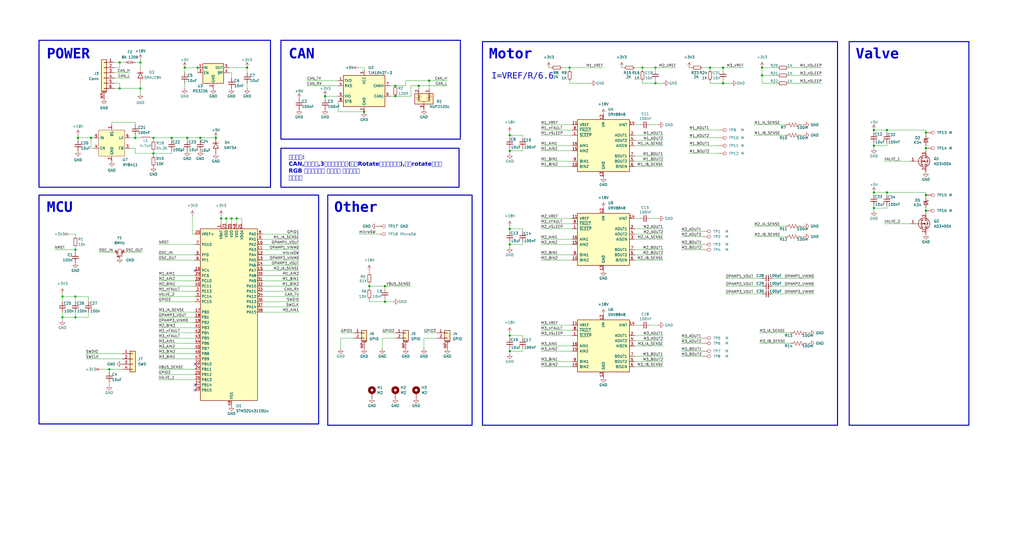
<source format=kicad_sch>
(kicad_sch (version 20231120) (generator "eeschema") (generator_version "8.0")
  (paper "User" 500 270)
  (junction (at 187.96 147.32))
  (junction (at 120.65 33.02))
  (junction (at 452.12 102.87))
  (junction (at 74.93 74.93))
  (junction (at 320.04 40.64))
  (junction (at 68.58 43.18))
  (junction (at 248.92 119.38))
  (junction (at 66.04 67.31))
  (junction (at 248.92 73.66))
  (junction (at 426.72 63.5))
  (junction (at 313.69 33.02))
  (junction (at 452.12 95.25))
  (junction (at 346.71 33.02))
  (junction (at 177.8 54.61))
  (junction (at 53.34 180.34))
  (junction (at 248.92 171.45))
  (junction (at 90.17 33.02))
  (junction (at 58.42 30.48))
  (junction (at 426.72 71.12))
  (junction (at 372.11 36.83))
  (junction (at 68.58 30.48))
  (junction (at 36.83 154.94))
  (junction (at 115.57 106.68))
  (junction (at 44.45 67.31))
  (junction (at 193.04 46.99))
  (junction (at 180.34 139.7))
  (junction (at 248.92 111.76))
  (junction (at 105.41 67.31))
  (junction (at 209.55 39.37))
  (junction (at 353.06 33.02))
  (junction (at 91.44 67.31))
  (junction (at 426.72 101.6))
  (junction (at 74.93 67.31))
  (junction (at 107.95 106.68))
  (junction (at 158.75 46.99))
  (junction (at 452.12 72.39))
  (junction (at 36.83 121.92))
  (junction (at 204.47 41.91))
  (junction (at 248.92 66.04))
  (junction (at 193.04 41.91))
  (junction (at 36.83 144.78))
  (junction (at 372.11 33.02))
  (junction (at 97.79 67.31))
  (junction (at 433.07 93.98))
  (junction (at 187.96 139.7))
  (junction (at 113.03 106.68))
  (junction (at 58.42 43.18))
  (junction (at 433.07 63.5))
  (junction (at 278.13 33.02))
  (junction (at 83.82 67.31))
  (junction (at 248.92 163.83))
  (junction (at 96.52 33.02))
  (junction (at 38.1 67.31))
  (junction (at 320.04 33.02))
  (junction (at 110.49 106.68))
  (junction (at 30.48 144.78))
  (junction (at 426.72 93.98))
  (junction (at 30.48 154.94))
  (junction (at 452.12 64.77))
  (junction (at 353.06 40.64))
  (no_connect (at 95.25 187.96))
  (no_connect (at 95.25 177.8))
  (no_connect (at 95.25 190.5))
  (no_connect (at 95.25 132.08))
  (wire (pts (xy 433.07 101.6) (xy 426.72 101.6)))
  (wire (pts (xy 113.03 106.68) (xy 115.57 106.68)))
  (wire (pts (xy 452.12 63.5) (xy 452.12 64.77)))
  (wire (pts (xy 44.45 67.31) (xy 38.1 67.31)))
  (wire (pts (xy 77.47 165.1) (xy 95.25 165.1)))
  (wire (pts (xy 38.1 67.31) (xy 38.1 68.58)))
  (wire (pts (xy 111.76 33.02) (xy 120.65 33.02)))
  (wire (pts (xy 77.47 127) (xy 95.25 127)))
  (wire (pts (xy 323.85 179.07) (xy 309.88 179.07)))
  (wire (pts (xy 372.11 40.64) (xy 379.73 40.64)))
  (wire (pts (xy 248.92 111.76) (xy 248.92 110.49)))
  (wire (pts (xy 264.16 176.53) (xy 279.4 176.53)))
  (wire (pts (xy 66.04 67.31) (xy 68.58 67.31)))
  (wire (pts (xy 401.32 33.02) (xy 384.81 33.02)))
  (wire (pts (xy 452.12 66.04) (xy 452.12 64.77)))
  (wire (pts (xy 68.58 40.64) (xy 68.58 43.18)))
  (wire (pts (xy 77.47 172.72) (xy 95.25 172.72)))
  (wire (pts (xy 146.05 124.46) (xy 128.27 124.46)))
  (wire (pts (xy 255.27 171.45) (xy 248.92 171.45)))
  (wire (pts (xy 180.34 132.08) (xy 180.34 133.35)))
  (wire (pts (xy 77.47 124.46) (xy 95.25 124.46)))
  (wire (pts (xy 177.8 33.02) (xy 177.8 34.29)))
  (wire (pts (xy 264.16 106.68) (xy 279.4 106.68)))
  (wire (pts (xy 74.93 74.93) (xy 74.93 73.66)))
  (wire (pts (xy 83.82 74.93) (xy 83.82 73.66)))
  (wire (pts (xy 184.15 114.3) (xy 175.26 114.3)))
  (wire (pts (xy 323.85 163.83) (xy 309.88 163.83)))
  (wire (pts (xy 336.55 71.12) (xy 350.52 71.12)))
  (wire (pts (xy 95.25 134.62) (xy 77.47 134.62)))
  (wire (pts (xy 48.26 123.19) (xy 55.88 123.19)))
  (wire (pts (xy 187.96 147.32) (xy 191.77 147.32)))
  (wire (pts (xy 346.71 33.02) (xy 346.71 34.29)))
  (wire (pts (xy 30.48 154.94) (xy 30.48 152.4)))
  (wire (pts (xy 26.67 121.92) (xy 36.83 121.92)))
  (wire (pts (xy 255.27 66.04) (xy 248.92 66.04)))
  (wire (pts (xy 74.93 76.2) (xy 74.93 74.93)))
  (wire (pts (xy 323.85 176.53) (xy 309.88 176.53)))
  (wire (pts (xy 97.79 67.31) (xy 97.79 68.58)))
  (wire (pts (xy 77.47 152.4) (xy 95.25 152.4)))
  (wire (pts (xy 30.48 144.78) (xy 30.48 147.32)))
  (wire (pts (xy 180.34 139.7) (xy 187.96 139.7)))
  (wire (pts (xy 452.12 102.87) (xy 452.12 104.14)))
  (wire (pts (xy 128.27 134.62) (xy 146.05 134.62)))
  (wire (pts (xy 248.92 119.38) (xy 248.92 118.11)))
  (wire (pts (xy 77.47 154.94) (xy 95.25 154.94)))
  (wire (pts (xy 433.07 63.5) (xy 452.12 63.5)))
  (wire (pts (xy 73.66 67.31) (xy 74.93 67.31)))
  (wire (pts (xy 303.53 33.02) (xy 304.8 33.02)))
  (wire (pts (xy 372.11 33.02) (xy 379.73 33.02)))
  (wire (pts (xy 111.76 35.56) (xy 113.03 35.56)))
  (wire (pts (xy 321.31 106.68) (xy 317.5 106.68)))
  (wire (pts (xy 60.96 123.19) (xy 69.85 123.19)))
  (wire (pts (xy 433.07 100.33) (xy 433.07 101.6)))
  (wire (pts (xy 128.27 137.16) (xy 146.05 137.16)))
  (wire (pts (xy 393.7 162.56) (xy 394.97 162.56)))
  (wire (pts (xy 426.72 71.12) (xy 426.72 69.85)))
  (wire (pts (xy 320.04 40.64) (xy 323.85 40.64)))
  (wire (pts (xy 146.05 116.84) (xy 128.27 116.84)))
  (wire (pts (xy 248.92 120.65) (xy 248.92 119.38)))
  (wire (pts (xy 209.55 39.37) (xy 209.55 43.18)))
  (wire (pts (xy 91.44 67.31) (xy 91.44 68.58)))
  (wire (pts (xy 264.16 179.07) (xy 279.4 179.07)))
  (wire (pts (xy 180.34 138.43) (xy 180.34 139.7)))
  (wire (pts (xy 320.04 40.64) (xy 320.04 39.37)))
  (wire (pts (xy 77.47 142.24) (xy 95.25 142.24)))
  (wire (pts (xy 452.12 101.6) (xy 452.12 102.87)))
  (wire (pts (xy 74.93 67.31) (xy 83.82 67.31)))
  (wire (pts (xy 55.88 43.18) (xy 58.42 43.18)))
  (wire (pts (xy 83.82 67.31) (xy 91.44 67.31)))
  (wire (pts (xy 96.52 33.02) (xy 96.52 35.56)))
  (wire (pts (xy 278.13 33.02) (xy 294.64 33.02)))
  (wire (pts (xy 321.31 158.75) (xy 317.5 158.75)))
  (wire (pts (xy 264.16 168.91) (xy 279.4 168.91)))
  (wire (pts (xy 204.47 41.91) (xy 218.44 41.91)))
  (wire (pts (xy 77.47 175.26) (xy 95.25 175.26)))
  (wire (pts (xy 332.74 115.57) (xy 342.9 115.57)))
  (wire (pts (xy 77.47 170.18) (xy 95.25 170.18)))
  (wire (pts (xy 54.61 60.96) (xy 54.61 59.69)))
  (wire (pts (xy 77.47 147.32) (xy 95.25 147.32)))
  (wire (pts (xy 193.04 46.99) (xy 200.66 46.99)))
  (wire (pts (xy 433.07 93.98) (xy 426.72 93.98)))
  (wire (pts (xy 45.72 72.39) (xy 44.45 72.39)))
  (wire (pts (xy 200.66 41.91) (xy 204.47 41.91)))
  (wire (pts (xy 77.47 157.48) (xy 95.25 157.48)))
  (wire (pts (xy 55.88 35.56) (xy 63.5 35.56)))
  (wire (pts (xy 36.83 152.4) (xy 36.83 154.94)))
  (wire (pts (xy 77.47 185.42) (xy 95.25 185.42)))
  (wire (pts (xy 313.69 33.02) (xy 313.69 34.29)))
  (wire (pts (xy 66.04 66.04) (xy 66.04 67.31)))
  (wire (pts (xy 433.07 69.85) (xy 433.07 71.12)))
  (wire (pts (xy 323.85 114.3) (xy 309.88 114.3)))
  (wire (pts (xy 323.85 76.2) (xy 309.88 76.2)))
  (wire (pts (xy 36.83 114.3) (xy 36.83 115.57)))
  (wire (pts (xy 313.69 40.64) (xy 320.04 40.64)))
  (wire (pts (xy 426.72 72.39) (xy 426.72 71.12)))
  (wire (pts (xy 255.27 118.11) (xy 255.27 119.38)))
  (wire (pts (xy 209.55 39.37) (xy 218.44 39.37)))
  (wire (pts (xy 433.07 95.25) (xy 433.07 93.98)))
  (wire (pts (xy 193.04 41.91) (xy 190.5 41.91)))
  (wire (pts (xy 200.66 41.91) (xy 200.66 46.99)))
  (wire (pts (xy 68.58 29.21) (xy 68.58 30.48)))
  (wire (pts (xy 180.34 147.32) (xy 180.34 146.05)))
  (wire (pts (xy 41.91 172.72) (xy 59.69 172.72)))
  (wire (pts (xy 255.27 113.03) (xy 255.27 111.76)))
  (wire (pts (xy 43.18 152.4) (xy 43.18 154.94)))
  (wire (pts (xy 90.17 43.18) (xy 90.17 40.64)))
  (wire (pts (xy 113.03 106.68) (xy 113.03 109.22)))
  (wire (pts (xy 452.12 93.98) (xy 452.12 95.25)))
  (wire (pts (xy 41.91 175.26) (xy 59.69 175.26)))
  (wire (pts (xy 68.58 30.48) (xy 66.04 30.48)))
  (wire (pts (xy 264.16 109.22) (xy 279.4 109.22)))
  (wire (pts (xy 93.98 114.3) (xy 95.25 114.3)))
  (wire (pts (xy 426.72 102.87) (xy 426.72 101.6)))
  (wire (pts (xy 397.51 143.51) (xy 377.19 143.51)))
  (wire (pts (xy 368.3 115.57) (xy 383.54 115.57)))
  (wire (pts (xy 397.51 139.7) (xy 377.19 139.7)))
  (wire (pts (xy 63.5 67.31) (xy 66.04 67.31)))
  (wire (pts (xy 30.48 143.51) (xy 30.48 144.78)))
  (wire (pts (xy 49.53 180.34) (xy 53.34 180.34)))
  (wire (pts (xy 264.16 60.96) (xy 279.4 60.96)))
  (wire (pts (xy 372.11 36.83) (xy 372.11 40.64)))
  (wire (pts (xy 368.3 66.04) (xy 383.54 66.04)))
  (wire (pts (xy 264.16 71.12) (xy 279.4 71.12)))
  (wire (pts (xy 187.96 139.7) (xy 187.96 140.97)))
  (wire (pts (xy 332.74 113.03) (xy 342.9 113.03)))
  (wire (pts (xy 264.16 171.45) (xy 279.4 171.45)))
  (wire (pts (xy 264.16 66.04) (xy 279.4 66.04)))
  (wire (pts (xy 110.49 109.22) (xy 110.49 106.68)))
  (wire (pts (xy 264.16 78.74) (xy 279.4 78.74)))
  (wire (pts (xy 34.29 114.3) (xy 36.83 114.3)))
  (wire (pts (xy 264.16 124.46) (xy 279.4 124.46)))
  (wire (pts (xy 433.07 64.77) (xy 433.07 63.5)))
  (wire (pts (xy 397.51 135.89) (xy 377.19 135.89)))
  (wire (pts (xy 426.72 95.25) (xy 426.72 93.98)))
  (wire (pts (xy 77.47 162.56) (xy 95.25 162.56)))
  (wire (pts (xy 353.06 33.02) (xy 353.06 34.29)))
  (wire (pts (xy 336.55 67.31) (xy 350.52 67.31)))
  (wire (pts (xy 55.88 30.48) (xy 58.42 30.48)))
  (wire (pts (xy 323.85 81.28) (xy 309.88 81.28)))
  (wire (pts (xy 146.05 152.4) (xy 128.27 152.4)))
  (wire (pts (xy 207.01 170.18) (xy 207.01 165.1)))
  (wire (pts (xy 77.47 144.78) (xy 95.25 144.78)))
  (wire (pts (xy 323.85 168.91) (xy 309.88 168.91)))
  (wire (pts (xy 309.88 60.96) (xy 312.42 60.96)))
  (wire (pts (xy 431.8 109.22) (xy 444.5 109.22)))
  (wire (pts (xy 97.79 67.31) (xy 105.41 67.31)))
  (wire (pts (xy 278.13 40.64) (xy 288.29 40.64)))
  (wire (pts (xy 248.92 66.04) (xy 248.92 64.77)))
  (wire (pts (xy 54.61 59.69) (xy 66.04 59.69)))
  (wire (pts (xy 107.95 106.68) (xy 107.95 109.22)))
  (wire (pts (xy 66.04 59.69) (xy 66.04 60.96)))
  (wire (pts (xy 74.93 68.58) (xy 74.93 67.31)))
  (wire (pts (xy 146.05 142.24) (xy 128.27 142.24)))
  (wire (pts (xy 166.37 162.56) (xy 172.72 162.56)))
  (wire (pts (xy 107.95 105.41) (xy 107.95 106.68)))
  (wire (pts (xy 248.92 172.72) (xy 248.92 171.45)))
  (wire (pts (xy 354.33 135.89) (xy 372.11 135.89)))
  (wire (pts (xy 77.47 180.34) (xy 95.25 180.34)))
  (wire (pts (xy 180.34 139.7) (xy 180.34 140.97)))
  (wire (pts (xy 77.47 119.38) (xy 95.25 119.38)))
  (wire (pts (xy 198.12 41.91) (xy 193.04 41.91)))
  (wire (pts (xy 198.12 39.37) (xy 209.55 39.37)))
  (wire (pts (xy 158.75 46.99) (xy 158.75 48.26)))
  (wire (pts (xy 255.27 165.1) (xy 255.27 163.83)))
  (wire (pts (xy 53.34 187.96) (xy 53.34 186.69)))
  (wire (pts (xy 274.32 33.02) (xy 278.13 33.02)))
  (wire (pts (xy 128.27 149.86) (xy 146.05 149.86)))
  (wire (pts (xy 187.96 147.32) (xy 187.96 146.05)))
  (wire (pts (xy 426.72 64.77) (xy 426.72 63.5)))
  (wire (pts (xy 248.92 165.1) (xy 248.92 163.83)))
  (wire (pts (xy 77.47 182.88) (xy 95.25 182.88)))
  (wire (pts (xy 110.49 106.68) (xy 113.03 106.68)))
  (wire (pts (xy 248.92 67.31) (xy 248.92 66.04)))
  (wire (pts (xy 313.69 40.64) (xy 313.69 39.37)))
  (wire (pts (xy 53.34 181.61) (xy 53.34 180.34)))
  (wire (pts (xy 44.45 67.31) (xy 44.45 72.39)))
  (wire (pts (xy 158.75 46.99) (xy 165.1 46.99)))
  (wire (pts (xy 90.17 33.02) (xy 96.52 33.02)))
  (wire (pts (xy 43.18 147.32) (xy 43.18 144.78)))
  (wire (pts (xy 66.04 74.93) (xy 74.93 74.93)))
  (wire (pts (xy 264.16 116.84) (xy 279.4 116.84)))
  (wire (pts (xy 368.3 110.49) (xy 383.54 110.49)))
  (wire (pts (xy 320.04 33.02) (xy 313.69 33.02)))
  (wire (pts (xy 323.85 173.99) (xy 309.88 173.99)))
  (wire (pts (xy 165.1 49.53) (xy 165.1 54.61)))
  (wire (pts (xy 353.06 33.02) (xy 346.71 33.02)))
  (wire (pts (xy 264.16 81.28) (xy 279.4 81.28)))
  (wire (pts (xy 323.85 71.12) (xy 309.88 71.12)))
  (wire (pts (xy 77.47 137.16) (xy 95.25 137.16)))
  (wire (pts (xy 255.27 163.83) (xy 248.92 163.83)))
  (wire (pts (xy 93.98 105.41) (xy 93.98 114.3)))
  (wire (pts (xy 255.27 73.66) (xy 248.92 73.66)))
  (wire (pts (xy 278.13 40.64) (xy 278.13 39.37)))
  (wire (pts (xy 372.11 33.02) (xy 372.11 36.83)))
  (wire (pts (xy 452.12 71.12) (xy 452.12 72.39)))
  (wire (pts (xy 165.1 54.61) (xy 177.8 54.61)))
  (wire (pts (xy 77.47 160.02) (xy 95.25 160.02)))
  (wire (pts (xy 58.42 43.18) (xy 68.58 43.18)))
  (wire (pts (xy 332.74 167.64) (xy 342.9 167.64)))
  (wire (pts (xy 309.88 33.02) (xy 313.69 33.02)))
  (wire (pts (xy 332.74 121.92) (xy 342.9 121.92)))
  (wire (pts (xy 68.58 30.48) (xy 68.58 33.02)))
  (wire (pts (xy 332.74 165.1) (xy 342.9 165.1)))
  (wire (pts (xy 74.93 74.93) (xy 83.82 74.93)))
  (wire (pts (xy 264.16 161.29) (xy 279.4 161.29)))
  (wire (pts (xy 30.48 156.21) (xy 30.48 154.94)))
  (wire (pts (xy 391.16 60.96) (xy 392.43 60.96)))
  (wire (pts (xy 90.17 35.56) (xy 90.17 33.02)))
  (wire (pts (xy 68.58 45.72) (xy 68.58 43.18)))
  (wire (pts (xy 255.27 72.39) (xy 255.27 73.66)))
  (wire (pts (xy 353.06 40.64) (xy 356.87 40.64)))
  (wire (pts (xy 346.71 40.64) (xy 353.06 40.64)))
  (wire (pts (xy 66.04 72.39) (xy 66.04 74.93)))
  (wire (pts (xy 55.88 38.1) (xy 63.5 38.1)))
  (wire (pts (xy 77.47 139.7) (xy 95.25 139.7)))
  (wire (pts (xy 190.5 46.99) (xy 193.04 46.99)))
  (wire (pts (xy 207.01 165.1) (xy 213.36 165.1)))
  (wire (pts (xy 363.22 33.02) (xy 353.06 33.02)))
  (wire (pts (xy 53.34 180.34) (xy 59.69 180.34)))
  (wire (pts (xy 323.85 124.46) (xy 309.88 124.46)))
  (wire (pts (xy 321.31 60.96) (xy 317.5 60.96)))
  (wire (pts (xy 186.69 165.1) (xy 193.04 165.1)))
  (wire (pts (xy 346.71 40.64) (xy 346.71 39.37)))
  (wire (pts (xy 200.66 139.7) (xy 187.96 139.7)))
  (wire (pts (xy 354.33 139.7) (xy 372.11 139.7)))
  (wire (pts (xy 323.85 116.84) (xy 309.88 116.84)))
  (wire (pts (xy 146.05 132.08) (xy 128.27 132.08)))
  (wire (pts (xy 186.69 162.56) (xy 193.04 162.56)))
  (wire (pts (xy 58.42 40.64) (xy 58.42 43.18)))
  (wire (pts (xy 426.72 101.6) (xy 426.72 100.33)))
  (wire (pts (xy 309.88 158.75) (xy 312.42 158.75)))
  (wire (pts (xy 391.16 110.49) (xy 392.43 110.49)))
  (wire (pts (xy 332.74 171.45) (xy 342.9 171.45)))
  (wire (pts (xy 354.33 143.51) (xy 372.11 143.51)))
  (wire (pts (xy 452.12 72.39) (xy 452.12 73.66)))
  (wire (pts (xy 323.85 78.74) (xy 309.88 78.74)))
  (wire (pts (xy 198.12 39.37) (xy 198.12 41.91)))
  (wire (pts (xy 336.55 63.5) (xy 350.52 63.5)))
  (wire (pts (xy 118.11 109.22) (xy 118.11 106.68)))
  (wire (pts (xy 393.7 167.64) (xy 394.97 167.64)))
  (wire (pts (xy 255.27 111.76) (xy 248.92 111.76)))
  (wire (pts (xy 342.9 33.02) (xy 346.71 33.02)))
  (wire (pts (xy 36.83 144.78) (xy 30.48 144.78)))
  (wire (pts (xy 248.92 171.45) (xy 248.92 170.18)))
  (wire (pts (xy 45.72 67.31) (xy 44.45 67.31)))
  (wire (pts (xy 353.06 40.64) (xy 353.06 39.37)))
  (wire (pts (xy 248.92 163.83) (xy 248.92 162.56)))
  (wire (pts (xy 309.88 106.68) (xy 312.42 106.68)))
  (wire (pts (xy 36.83 154.94) (xy 30.48 154.94)))
  (wire (pts (xy 320.04 33.02) (xy 320.04 34.29)))
  (wire (pts (xy 83.82 68.58) (xy 83.82 67.31)))
  (wire (pts (xy 370.84 167.64) (xy 386.08 167.64)))
  (wire (pts (xy 391.16 66.04) (xy 392.43 66.04)))
  (wire (pts (xy 180.34 147.32) (xy 187.96 147.32)))
  (wire (pts (xy 77.47 167.64) (xy 95.25 167.64)))
  (wire (pts (xy 36.83 144.78) (xy 36.83 147.32)))
  (wire (pts (xy 146.05 127) (xy 128.27 127)))
  (wire (pts (xy 149.86 39.37) (xy 165.1 39.37)))
  (wire (pts (xy 372.11 36.83) (xy 379.73 36.83)))
  (wire (pts (xy 433.07 93.98) (xy 452.12 93.98)))
  (wire (pts (xy 146.05 119.38) (xy 128.27 119.38)))
  (wire (pts (xy 370.84 162.56) (xy 386.08 162.56)))
  (wire (pts (xy 391.16 115.57) (xy 392.43 115.57)))
  (wire (pts (xy 323.85 111.76) (xy 309.88 111.76)))
  (wire (pts (xy 267.97 33.02) (xy 269.24 33.02)))
  (wire (pts (xy 120.65 43.18) (xy 120.65 40.64)))
  (wire (pts (xy 264.16 73.66) (xy 279.4 73.66)))
  (wire (pts (xy 332.74 119.38) (xy 342.9 119.38)))
  (wire (pts (xy 146.05 139.7) (xy 128.27 139.7)))
  (wire (pts (xy 43.18 144.78) (xy 36.83 144.78)))
  (wire (pts (xy 146.05 144.78) (xy 128.27 144.78)))
  (wire (pts (xy 128.27 147.32) (xy 146.05 147.32)))
  (wire (pts (xy 323.85 68.58) (xy 309.88 68.58)))
  (wire (pts (xy 149.86 41.91) (xy 165.1 41.91)))
  (wire (pts (xy 401.32 36.83) (xy 384.81 36.83)))
  (wire (pts (xy 278.13 33.02) (xy 278.13 34.29)))
  (wire (pts (xy 91.44 67.31) (xy 97.79 67.31)))
  (wire (pts (xy 43.18 154.94) (xy 36.83 154.94)))
  (wire (pts (xy 431.8 78.74) (xy 444.5 78.74)))
  (wire (pts (xy 248.92 73.66) (xy 248.92 72.39)))
  (wire (pts (xy 330.2 33.02) (xy 320.04 33.02)))
  (wire (pts (xy 368.3 60.96) (xy 383.54 60.96)))
  (wire (pts (xy 115.57 106.68) (xy 118.11 106.68)))
  (wire (pts (xy 207.01 162.56) (xy 213.36 162.56)))
  (wire (pts (xy 63.5 72.39) (xy 66.04 72.39)))
  (wire (pts (xy 175.26 33.02) (xy 177.8 33.02)))
  (wire (pts (xy 166.37 165.1) (xy 172.72 165.1)))
  (wire (pts (xy 55.88 40.64) (xy 58.42 40.64)))
  (wire (pts (xy 166.37 170.18) (xy 166.37 165.1)))
  (wire (pts (xy 336.55 74.93) (xy 350.52 74.93)))
  (wire (pts (xy 264.16 127) (xy 279.4 127)))
  (wire (pts (xy 120.65 33.02) (xy 120.65 35.56)))
  (wire (pts (xy 264.16 163.83) (xy 279.4 163.83)))
  (wire (pts (xy 433.07 63.5) (xy 426.72 63.5)))
  (wire (pts (xy 36.83 121.92) (xy 36.83 123.19)))
  (wire (pts (xy 264.16 63.5) (xy 279.4 63.5)))
  (wire (pts (xy 146.05 129.54) (xy 128.27 129.54)))
  (wire (pts (xy 58.42 33.02) (xy 58.42 30.48)))
  (wire (pts (xy 323.85 127) (xy 309.88 127)))
  (wire (pts (xy 186.69 170.18) (xy 186.69 165.1)))
  (wire (pts (xy 36.83 120.65) (xy 36.83 121.92)))
  (wire (pts (xy 60.96 30.48) (xy 58.42 30.48)))
  (wire (pts (xy 433.07 71.12) (xy 426.72 71.12)))
  (wire (pts (xy 452.12 96.52) (xy 452.12 95.25)))
  (wire (pts (xy 38.1 66.04) (xy 38.1 67.31)))
  (wire (pts (xy 55.88 33.02) (xy 58.42 33.02)))
  (wire (pts (xy 204.47 41.91) (xy 204.47 43.18)))
  (wire (pts (xy 255.27 170.18) (xy 255.27 171.45)))
  (wire (pts (xy 264.16 119.38) (xy 279.4 119.38)))
  (wire (pts (xy 264.16 158.75) (xy 279.4 158.75)))
  (wire (pts (xy 332.74 173.99) (xy 342.9 173.99)))
  (wire (pts (xy 323.85 121.92) (xy 309.88 121.92)))
  (wire (pts (xy 336.55 33.02) (xy 337.82 33.02)))
  (wire (pts (xy 255.27 67.31) (xy 255.27 66.04)))
  (wire (pts (xy 115.57 106.68) (xy 115.57 109.22)))
  (wire (pts (xy 146.05 114.3) (xy 128.27 114.3)))
  (wire (pts (xy 146.05 121.92) (xy 128.27 121.92)))
  (wire (pts (xy 248.92 74.93) (xy 248.92 73.66)))
  (wire (pts (xy 401.32 40.64) (xy 384.81 40.64)))
  (wire (pts (xy 107.95 106.68) (xy 110.49 106.68)))
  (wire (pts (xy 264.16 111.76) (xy 279.4 111.76)))
  (wire (pts (xy 323.85 66.04) (xy 309.88 66.04)))
  (wire (pts (xy 248.92 113.03) (xy 248.92 111.76)))
  (wire (pts (xy 323.85 166.37) (xy 309.88 166.37)))
  (wire (pts (xy 113.03 35.56) (xy 113.03 38.1)))
  (wire (pts (xy 255.27 119.38) (xy 248.92 119.38)))
  (rectangle (start 19.05 19.685) (end 132.08 91.44) (stroke (width 0.5)))
  (rectangle (start 160.02 95.25) (end 230.505 207.645) (stroke (width 0.5)))
  (rectangle (start 19.05 95.25) (end 155.575 207.01) (stroke (width 0.5)))
  (rectangle (start 137.16 72.39) (end 224.155 91.44) (stroke (width 0.5)))
  (rectangle (start 414.655 20.32) (end 473.075 207.645) (stroke (width 0.5)))
  (rectangle (start 137.16 19.685) (end 224.79 67.945) (stroke (width 0.5)))
  (rectangle (start 235.585 20.32) (end 408.94 207.645) (stroke (width 0.5)))
  (text "需求分析:\nCAN,微动开关,3个步进电机驱动(两个Rotate一个摇臂电机),预留rotate归零口\nRGB 摄像头补光灯 不需要泵 需要两个阀\n固定孔位" (at 140.97 82.55 0) (effects (font (size 2 2) (thickness 0.4) (bold yes)) (justify left)))
  (text "CAN" (at 140.97 27.94 0) (effects (font (size 5 5) (thickness 0.6) (bold yes)) (justify left)))
  (text "Motor" (at 238.76 27.94 0) (effects (font (size 5 5) (thickness 0.6) (bold yes)) (justify left)))
  (text "Other" (at 163.195 102.87 0) (effects (font (size 5 5) (thickness 0.6) (bold yes)) (justify left)))
  (text "I=VREF/R/6.6" (at 240.03 38.1 0) (effects (font (size 3 3)) (justify left)))
  (text "POWER" (at 22.86 27.94 0) (effects (font (size 5 5) (thickness 0.6) (bold yes)) (justify left)))
  (text "MCU" (at 22.86 102.87 0) (effects (font (size 5 5) (thickness 0.6) (bold yes)) (justify left)))
  (text "Valve" (at 417.83 27.94 0) (effects (font (size 5 5) (thickness 0.6) (bold yes)) (justify left)))
  (label "M2_AIN1" (at 264.16 116.84 0))
  (label "M2_IA_SENSE" (at 368.3 110.49 0))
  (label "M2_BIN1" (at 77.47 139.7 0))
  (label "M3_VREF" (at 264.16 158.75 0))
  (label "M1_AOUT1" (at 323.85 66.04 180))
  (label "M3_BIN1" (at 264.16 176.53 0))
  (label "OPAMP3_VINM0" (at 77.47 157.48 0))
  (label "M2_AIN2" (at 264.16 119.38 0))
  (label "M1_AIN1" (at 264.16 71.12 0))
  (label "OPAMP3_VINM0" (at 397.51 143.51 180))
  (label "M2_nSLEEP" (at 401.32 36.83 180))
  (label "M3_AIN1" (at 77.47 167.64 0))
  (label "M1_AOUT1" (at 336.55 63.5 0))
  (label "M3_IA_SENSE" (at 77.47 152.4 0))
  (label "M1_BIN2" (at 264.16 81.28 0))
  (label "M1_IB_SENSE" (at 368.3 66.04 0))
  (label "CAN_TX" (at 149.86 39.37 0))
  (label "M2_IA_SENSE" (at 146.05 132.08 180))
  (label "M1_AIN1" (at 77.47 134.62 0))
  (label "microSW" (at 175.26 114.3 0))
  (label "M1_BIN1" (at 146.05 137.16 180))
  (label "OSC_IN" (at 48.26 123.19 0))
  (label "M2_AIN1" (at 146.05 152.4 180))
  (label "SWCLK" (at 146.05 149.86 180))
  (label "OPAMP1_VINM0" (at 146.05 121.92 180))
  (label "VBUS_SENSE" (at 200.66 139.7 180))
  (label "OPAMP2_VOUT" (at 354.33 139.7 0))
  (label "M3_AIN2" (at 77.47 170.18 0))
  (label "M2_nFAULT" (at 77.47 162.56 0))
  (label "OPAMP1_VOUT" (at 146.05 119.38 180))
  (label "VBUS_SENSE" (at 77.47 180.34 0))
  (label "M1_IB_SENSE" (at 323.85 81.28 180))
  (label "VALVE_2" (at 431.8 109.22 0))
  (label "M3_VREF" (at 363.22 33.02 180))
  (label "OPAMP1_VOUT" (at 354.33 135.89 0))
  (label "M1_BOUT2" (at 323.85 78.74 180))
  (label "GPIO1" (at 146.05 114.3 180))
  (label "CAN_L" (at 63.5 38.1 180))
  (label "GPIO2" (at 77.47 182.88 0))
  (label "M2_IB_SENSE" (at 368.3 115.57 0))
  (label "M1_AIN2" (at 264.16 73.66 0))
  (label "M1_AIN2" (at 146.05 134.62 180))
  (label "GPIO1" (at 166.37 162.56 0))
  (label "M1_AOUT2" (at 336.55 67.31 0))
  (label "M3_BIN2" (at 77.47 172.72 0))
  (label "M2_BOUT2" (at 332.74 121.92 0))
  (label "M3_nSLEEP" (at 401.32 40.64 180))
  (label "M3_IB_SENSE" (at 323.85 179.07 180))
  (label "M3_AOUT1" (at 323.85 163.83 180))
  (label "M1_VREF" (at 264.16 60.96 0))
  (label "M3_IA_SENSE" (at 323.85 168.91 180))
  (label "M2_AIN2" (at 77.47 137.16 0))
  (label "M2_nFAULT" (at 264.16 109.22 0))
  (label "CAN_L" (at 218.44 41.91 180))
  (label "CAN_RX" (at 146.05 142.24 180))
  (label "GPIO2" (at 186.69 162.56 0))
  (label "M3_nFAULT" (at 264.16 161.29 0))
  (label "OSC_OUT" (at 69.85 123.19 180))
  (label "M1_nFAULT" (at 264.16 63.5 0))
  (label "M2_BOUT1" (at 332.74 119.38 0))
  (label "M2_VREF" (at 330.2 33.02 180))
  (label "M3_AIN2" (at 264.16 171.45 0))
  (label "OPAMP3_VOUT" (at 354.33 143.51 0))
  (label "M2_BOUT2" (at 323.85 124.46 180))
  (label "M3_BIN2" (at 264.16 179.07 0))
  (label "M3_AOUT1" (at 332.74 165.1 0))
  (label "M3_BOUT1" (at 323.85 173.99 180))
  (label "VALVE_1" (at 77.47 185.42 0))
  (label "M3_nFAULT" (at 77.47 165.1 0))
  (label "GPIO3" (at 207.01 162.56 0))
  (label "VALVE_1" (at 431.8 78.74 0))
  (label "M1_BOUT2" (at 336.55 74.93 0))
  (label "M3_BOUT2" (at 323.85 176.53 180))
  (label "VALVE_2" (at 77.47 144.78 0))
  (label "CAN_RX" (at 149.86 41.91 0))
  (label "M2_AOUT2" (at 323.85 114.3 180))
  (label "CAN_H" (at 218.44 39.37 180))
  (label "M3_BOUT2" (at 332.74 173.99 0))
  (label "M2_BIN1" (at 264.16 124.46 0))
  (label "M3_BIN1" (at 77.47 175.26 0))
  (label "M3_IA_SENSE" (at 370.84 162.56 0))
  (label "OPAMP2_VINM0" (at 146.05 127 180))
  (label "M1_IA_SENSE" (at 368.3 60.96 0))
  (label "OSC_IN" (at 77.47 124.46 0))
  (label "M3_IB_SENSE" (at 370.84 167.64 0))
  (label "M2_BOUT1" (at 323.85 121.92 180))
  (label "GPIO3" (at 77.47 147.32 0))
  (label "M3_nSLEEP" (at 264.16 163.83 0))
  (label "CAN_H" (at 63.5 35.56 180))
  (label "SWCLK" (at 41.91 175.26 0))
  (label "CAN_TX" (at 146.05 144.78 180))
  (label "M1_nSLEEP" (at 401.32 33.02 180))
  (label "M2_AOUT1" (at 323.85 111.76 180))
  (label "NRST" (at 26.67 121.92 0))
  (label "M1_BIN1" (at 264.16 78.74 0))
  (label "OSC_OUT" (at 77.47 127 0))
  (label "OPAMP1_VINM0" (at 397.51 135.89 180))
  (label "SWDIO" (at 41.91 172.72 0))
  (label "M3_BOUT1" (at 332.74 171.45 0))
  (label "M2_BIN2" (at 264.16 127 0))
  (label "SWDIO" (at 146.05 147.32 180))
  (label "NRST" (at 77.47 119.38 0))
  (label "M1_IA_SENSE" (at 323.85 71.12 180))
  (label "M1_BIN2" (at 146.05 139.7 180))
  (label "M1_BOUT1" (at 323.85 76.2 180))
  (label "M2_nSLEEP" (at 264.16 111.76 0))
  (label "M1_nSLEEP" (at 264.16 66.04 0))
  (label "M2_BIN2" (at 77.47 160.02 0))
  (label "OPAMP3_VOUT" (at 77.47 154.94 0))
  (label "M1_VREF" (at 294.64 33.02 180))
  (label "M1_nFAULT" (at 77.47 142.24 0))
  (label "M3_AOUT2" (at 323.85 166.37 180))
  (label "M1_BOUT1" (at 336.55 71.12 0))
  (label "M2_AOUT2" (at 332.74 115.57 0))
  (label "OPAMP2_VINM0" (at 397.51 139.7 180))
  (label "M2_IA_SENSE" (at 323.85 116.84 180))
  (label "microSW" (at 146.05 124.46 180))
  (label "M2_IB_SENSE" (at 323.85 127 180))
  (label "M1_AOUT2" (at 323.85 68.58 180))
  (label "M2_AOUT1" (at 332.74 113.03 0))
  (label "OPAMP2_VOUT" (at 146.05 129.54 180))
  (label "M2_VREF" (at 264.16 106.68 0))
  (label "M3_AIN1" (at 264.16 168.91 0))
  (label "M3_AOUT2" (at 332.74 167.64 0))
  (label "M1_IA_SENSE" (at 146.05 116.84 180))
  (symbol (lib_id "Connector:TestPoint") (at 350.52 67.31 270) (unit 1)
    (property "Reference" "TP10" (at 355.854 67.3099 90) (effects (justify left)))
    (property "Value" "M" (at 361.696 67.31 90) (effects (justify left)))
    (property "Footprint" "TestPoint:TestPoint_Pad_2.0x2.0mm" (effects (hide yes)))
    (property "Description" "test point" (effects (hide yes)))
  )
  (symbol (lib_id "Connector:TestPoint") (at 342.9 121.92 270) (unit 1)
    (property "Reference" "TP4" (at 348.234 121.9199 90) (effects (justify left)))
    (property "Value" "M" (at 354.076 121.92 90) (effects (justify left)))
    (property "Footprint" "TestPoint:TestPoint_Pad_2.0x2.0mm" (effects (hide yes)))
    (property "Description" "test point" (effects (hide yes)))
  )
  (symbol (lib_id "Device:C_Small") (at 43.18 149.86 0) (unit 1)
    (property "Reference" "C27" (at 43.688 148.082 0) (effects (justify left)))
    (property "Value" "100n" (at 43.942 151.892 0) (effects (justify left)))
    (property "Footprint" "Capacitor_SMD:C_0603_1608Metric" (effects (hide yes)))
  )
  (symbol (lib_id "power:+3V3") (at 158.75 46.99 0) (unit 1)
    (property "Reference" "#PWR08" (effects (hide yes)))
    (property "Value" "+3V3" (at 156.21 43.18 0) (effects (justify left)))
  )
  (symbol (lib_id "Device:C_Small") (at 374.65 135.89 90) (unit 1)
    (property "Reference" "C28" (at 373.126 134.62 90) (effects (justify left)))
    (property "Value" "100pF" (at 381.762 134.62 90) (effects (justify left)))
    (property "Footprint" "Capacitor_SMD:C_0603_1608Metric" (effects (hide yes)))
  )
  (symbol (lib_id "Device:C_Small") (at 426.72 97.79 0) (unit 1)
    (property "Reference" "C33" (at 426.974 96.012 0) (effects (justify left)))
    (property "Value" "10uF" (at 427.228 99.822 0) (effects (justify left)))
    (property "Footprint" "Capacitor_SMD:C_1206_3216Metric" (effects (hide yes)))
  )
  (symbol (lib_id "Connector:TestPoint") (at 184.15 110.49 270) (unit 1)
    (property "Reference" "TP17" (at 189.484 110.4899 90) (effects (justify left)))
    (property "Value" "GND" (at 195.326 110.49 90) (effects (justify left)))
    (property "Footprint" "TestPoint:TestPoint_Pad_2.0x2.0mm" (effects (hide yes)))
    (property "Description" "test point" (effects (hide yes)))
  )
  (symbol (lib_id "Device:R_US") (at 389.89 167.64 90) (unit 1)
    (property "Reference" "R14" (at 385.064 168.91 90))
    (property "Value" "100m" (at 394.462 168.91 90))
    (property "Footprint" "Resistor_SMD:R_0805_2012Metric" (effects (hide yes)))
    (property "Description" "Resistor, US symbol" (effects (hide yes)))
  )
  (symbol (lib_id "power:GND") (at 113.03 43.18 0) (unit 1)
    (property "Reference" "#PWR019" (effects (hide yes)))
    (property "Value" "GND" (at 113.03 46.99 0))
  )
  (symbol (lib_id "Diode:SMAJ28A") (at 68.58 36.83 90) (mirror x) (unit 1)
    (property "Reference" "D3" (at 75.438 35.306 90) (effects (justify left)))
    (property "Value" "SMAJ18A" (at 78.74 37.846 90) (effects (justify left)))
    (property "Footprint" "Diode_SMD:D_SMA" (effects (hide yes)))
    (property "Datasheet" "https://www.littelfuse.com/media?resourcetype=datasheets&itemid=75e32973-b177-4ee3-a0ff-cedaf1abdb93&filename=smaj-datasheet" (effects (hide yes)))
  )
  (symbol (lib_id "power:+3V3") (at 180.34 132.08 0) (unit 1)
    (property "Reference" "#PWR023" (effects (hide yes)))
    (property "Value" "+18V" (at 180.34 127 0))
    (property "Description" "Power symbol creates a global label with name \"+3V3\"" (effects (hide yes)))
  )
  (symbol (lib_id "Connector:TestPoint") (at 452.12 95.25 270) (unit 1)
    (property "Reference" "TP15" (at 457.454 95.2499 90) (effects (justify left)))
    (property "Value" "M" (at 463.296 95.25 90) (effects (justify left)))
    (property "Footprint" "TestPoint:TestPoint_Pad_2.0x2.0mm" (effects (hide yes)))
    (property "Description" "test point" (effects (hide yes)))
  )
  (symbol (lib_id "Driver_Motor:DRV8848") (at 294.64 168.91 0) (unit 1)
    (property "Reference" "U6" (at 296.8341 151.13 0) (effects (justify left)))
    (property "Value" "DRV8848" (at 296.8341 153.67 0) (effects (justify left)))
    (property "Footprint" "Package_SO:TSSOP-16-1EP_4.4x5mm_P0.65mm" (effects (hide yes)))
    (property "Datasheet" "http://www.ti.com/lit/ds/symlink/drv8848.pdf" (effects (hide yes)))
    (property "Description" "Dual H-Bridge motor driver, PWM controlled, single/dual brushed DC stepper, +2 to +18 VDD, TSSOP-16" (effects (hide yes)))
  )
  (symbol (lib_id "Device:C_Small") (at 255.27 115.57 0) (unit 1)
    (property "Reference" "C14" (at 255.524 114.046 0) (effects (justify left)))
    (property "Value" "100nF" (at 255.778 117.602 0) (effects (justify left)))
    (property "Footprint" "Capacitor_SMD:C_0603_1608Metric" (effects (hide yes)))
  )
  (symbol (lib_id "Device:C_Small") (at 36.83 149.86 0) (unit 1)
    (property "Reference" "C26" (at 37.338 148.082 0) (effects (justify left)))
    (property "Value" "100n" (at 37.592 151.892 0) (effects (justify left)))
    (property "Footprint" "Capacitor_SMD:C_0603_1608Metric" (effects (hide yes)))
  )
  (symbol (lib_id "power:GND") (at 294.64 132.08 0) (unit 1)
    (property "Reference" "#PWR037" (effects (hide yes)))
    (property "Value" "GND" (at 294.64 135.89 0))
  )
  (symbol (lib_id "Connector:TestPoint") (at 342.9 165.1 270) (unit 1)
    (property "Reference" "TP5" (at 348.234 165.0999 90) (effects (justify left)))
    (property "Value" "M" (at 354.076 165.1 90) (effects (justify left)))
    (property "Footprint" "TestPoint:TestPoint_Pad_2.0x2.0mm" (effects (hide yes)))
    (property "Description" "test point" (effects (hide yes)))
  )
  (symbol (lib_id "power:GND") (at 184.15 110.49 270) (unit 1)
    (property "Reference" "#PWR088" (effects (hide yes)))
    (property "Value" "GND" (at 179.07 110.49 90))
  )
  (symbol (lib_id "power:GND") (at 248.92 120.65 0) (unit 1)
    (property "Reference" "#PWR035" (effects (hide yes)))
    (property "Value" "GND" (at 248.92 124.46 0))
  )
  (symbol (lib_id "Device:R_Small") (at 346.71 36.83 0) (mirror x) (unit 1)
    (property "Reference" "R24" (at 345.44 35.56 0) (effects (justify right)))
    (property "Value" "1K" (at 345.44 38.1 0) (effects (justify right)))
    (property "Footprint" "Resistor_SMD:R_0603_1608Metric" (effects (hide yes)))
  )
  (symbol (lib_id "power:GND") (at 113.03 198.12 0) (unit 1)
    (property "Reference" "#PWR01" (effects (hide yes)))
    (property "Value" "GND" (at 113.03 201.93 0))
    (property "Description" "Power symbol creates a global label with name \"GND\" , ground" (effects (hide yes)))
  )
  (symbol (lib_id "Device:R_US") (at 387.35 115.57 90) (unit 1)
    (property "Reference" "R12" (at 382.524 116.84 90))
    (property "Value" "100m" (at 391.922 116.84 90))
    (property "Footprint" "Resistor_SMD:R_0805_2012Metric" (effects (hide yes)))
    (property "Description" "Resistor, US symbol" (effects (hide yes)))
  )
  (symbol (lib_id "power:GND") (at 120.65 43.18 0) (unit 1)
    (property "Reference" "#PWR020" (effects (hide yes)))
    (property "Value" "GND" (at 120.65 46.99 0))
  )
  (symbol (lib_id "Device:C_Small") (at 113.03 40.64 0) (unit 1)
    (property "Reference" "C6" (at 114.3 39.37 0) (effects (justify left)))
    (property "Value" "10nF" (at 114.3 41.91 0) (effects (justify left)))
    (property "Footprint" "Capacitor_SMD:C_0603_1608Metric" (effects (hide yes)))
  )
  (symbol (lib_id "Connector:TestPoint") (at 342.9 171.45 270) (unit 1)
    (property "Reference" "TP7" (at 348.234 171.4499 90) (effects (justify left)))
    (property "Value" "M" (at 354.076 171.45 90) (effects (justify left)))
    (property "Footprint" "TestPoint:TestPoint_Pad_2.0x2.0mm" (effects (hide yes)))
    (property "Description" "test point" (effects (hide yes)))
  )
  (symbol (lib_id "power:GND") (at 321.31 106.68 90) (unit 1)
    (property "Reference" "#PWR038" (effects (hide yes)))
    (property "Value" "GND" (at 326.644 106.68 90))
  )
  (symbol (lib_id "power:+5V") (at 90.17 33.02 0) (unit 1)
    (property "Reference" "#PWR016" (effects (hide yes)))
    (property "Value" "+5V" (at 88.138 29.21 0) (effects (justify left)))
  )
  (symbol (lib_id "Connector_Generic_MountingPin:Conn_01x02_MountingPin") (at 218.44 162.56 0) (unit 1)
    (property "Reference" "J4" (at 220.98 162.9155 0) (effects (justify left)))
    (property "Value" "GPIO" (at 220.98 165.4555 0) (effects (justify left)))
    (property "Footprint" "Connector_JST:JST_GH_SM02B-GHS-TB_1x02-1MP_P1.25mm_Horizontal" (effects (hide yes)))
    (property "Description" "Generic connectable mounting pin connector, single row, 01x02, script generated (kicad-library-utils/schlib/autogen/connector/)" (effects (hide yes)))
  )
  (symbol (lib_id "power:+3V3") (at 107.95 105.41 0) (unit 1)
    (property "Reference" "#PWR02" (effects (hide yes)))
    (property "Value" "+3V3" (at 107.95 100.33 0))
    (property "Description" "Power symbol creates a global label with name \"+3V3\"" (effects (hide yes)))
  )
  (symbol (lib_id "Regulator_Linear:LDK130-12_SOT23_SOT353") (at 104.14 35.56 0) (unit 1)
    (property "Reference" "U3" (at 97.79 41.91 0))
    (property "Value" "RS3236" (at 97.79 44.45 0))
    (property "Footprint" "Package_TO_SOT_SMD:SOT-23-5" (effects (hide yes)))
    (property "Datasheet" "http://www.st.com/content/ccc/resource/technical/document/datasheet/29/10/f7/87/2f/66/47/f4/DM00076097.pdf/files/DM00076097.pdf/jcr:content/translations/en.DM00076097.pdf" (effects (hide yes)))
  )
  (symbol (lib_id "power:GND") (at 74.93 81.28 0) (unit 1)
    (property "Reference" "#PWR061" (effects (hide yes)))
    (property "Value" "GND" (at 74.93 85.09 0))
  )
  (symbol (lib_id "power:GND") (at 392.43 115.57 90) (unit 1)
    (property "Reference" "#PWR040" (effects (hide yes)))
    (property "Value" "GND" (at 397.764 115.57 90))
  )
  (symbol (lib_id "Device:R_Small") (at 74.93 78.74 0) (unit 1)
    (property "Reference" "R19" (at 76.2 77.47 0) (effects (justify left)))
    (property "Value" "10K" (at 76.2 80.01 0) (effects (justify left)))
    (property "Footprint" "Resistor_SMD:R_0603_1608Metric" (effects (hide yes)))
  )
  (symbol (lib_id "power:GND") (at 38.1 73.66 0) (unit 1)
    (property "Reference" "#PWR059" (effects (hide yes)))
    (property "Value" "GND" (at 38.1 78.105 0))
  )
  (symbol (lib_id "power:GND") (at 53.34 187.96 0) (unit 1)
    (property "Reference" "#PWR067" (effects (hide yes)))
    (property "Value" "GND" (at 53.34 191.77 0))
  )
  (symbol (lib_id "power:+3V3") (at 372.11 33.02 0) (unit 1)
    (property "Reference" "#PWR070" (effects (hide yes)))
    (property "Value" "+3V3" (at 372.11 27.94 0))
    (property "Description" "Power symbol creates a global label with name \"+3V3\"" (effects (hide yes)))
  )
  (symbol (lib_id "power:+3V3") (at 248.92 64.77 0) (unit 1)
    (property "Reference" "#PWR027" (effects (hide yes)))
    (property "Value" "+18V" (at 248.92 59.69 0))
    (property "Description" "Power symbol creates a global label with name \"+3V3\"" (effects (hide yes)))
  )
  (symbol (lib_id "Device:C_Small") (at 38.1 71.12 0) (unit 1)
    (property "Reference" "C20" (at 39.37 69.85 0) (effects (justify left)))
    (property "Value" "10uF" (at 39.37 72.39 0) (effects (justify left)))
    (property "Footprint" "Capacitor_SMD:C_1206_3216Metric" (effects (hide yes)))
  )
  (symbol (lib_id "power:+3V3") (at 248.92 110.49 0) (unit 1)
    (property "Reference" "#PWR034" (effects (hide yes)))
    (property "Value" "+18V" (at 248.92 105.41 0))
    (property "Description" "Power symbol creates a global label with name \"+3V3\"" (effects (hide yes)))
  )
  (symbol (lib_id "power:GND") (at 207.01 170.18 0) (unit 1)
    (property "Reference" "#PWR071" (effects (hide yes)))
    (property "Value" "GND" (at 207.01 173.99 0))
  )
  (symbol (lib_id "power:GND") (at 207.01 53.34 0) (unit 1)
    (property "Reference" "#PWR012" (effects (hide yes)))
    (property "Value" "GND" (at 207.01 57.15 0))
  )
  (symbol (lib_id "Device:R_US") (at 389.89 162.56 90) (unit 1)
    (property "Reference" "R13" (at 385.064 163.83 90))
    (property "Value" "100m" (at 394.462 163.83 90))
    (property "Footprint" "Resistor_SMD:R_0805_2012Metric" (effects (hide yes)))
    (property "Description" "Resistor, US symbol" (effects (hide yes)))
  )
  (symbol (lib_id "Connector:TestPoint") (at 452.12 72.39 270) (unit 1)
    (property "Reference" "TP14" (at 457.454 72.3899 90) (effects (justify left)))
    (property "Value" "M" (at 463.296 72.39 90) (effects (justify left)))
    (property "Footprint" "TestPoint:TestPoint_Pad_2.0x2.0mm" (effects (hide yes)))
    (property "Description" "test point" (effects (hide yes)))
  )
  (symbol (lib_id "power:GND") (at 248.92 74.93 0) (unit 1)
    (property "Reference" "#PWR028" (effects (hide yes)))
    (property "Value" "GND" (at 248.92 78.74 0))
  )
  (symbol (lib_id "Connector:TestPoint") (at 350.52 74.93 270) (unit 1)
    (property "Reference" "TP12" (at 355.854 74.9299 90) (effects (justify left)))
    (property "Value" "M" (at 361.696 74.93 90) (effects (justify left)))
    (property "Footprint" "TestPoint:TestPoint_Pad_2.0x2.0mm" (effects (hide yes)))
    (property "Description" "test point" (effects (hide yes)))
  )
  (symbol (lib_id "Device:C_Small") (at 374.65 143.51 90) (unit 1)
    (property "Reference" "C30" (at 373.126 142.24 90) (effects (justify left)))
    (property "Value" "100pF" (at 381.762 142.24 90) (effects (justify left)))
    (property "Footprint" "Capacitor_SMD:C_0603_1608Metric" (effects (hide yes)))
  )
  (symbol (lib_id "power:GND") (at 166.37 170.18 0) (unit 1)
    (property "Reference" "#PWR075" (effects (hide yes)))
    (property "Value" "GND" (at 166.37 173.99 0))
  )
  (symbol (lib_id "Device:R_Small") (at 180.34 143.51 0) (mirror x) (unit 1)
    (property "Reference" "R6" (at 179.07 142.24 0) (effects (justify right)))
    (property "Value" "10K" (at 179.07 144.78 0) (effects (justify right)))
    (property "Footprint" "Resistor_SMD:R_0603_1608Metric" (effects (hide yes)))
  )
  (symbol (lib_id "power:GND") (at 392.43 110.49 90) (unit 1)
    (property "Reference" "#PWR039" (effects (hide yes)))
    (property "Value" "GND" (at 397.764 110.49 90))
  )
  (symbol (lib_id "Device:R_Small") (at 271.78 33.02 270) (mirror x) (unit 1)
    (property "Reference" "R8" (at 272.796 35.56 90) (effects (justify right)))
    (property "Value" "2K" (at 272.796 37.592 90) (effects (justify right)))
    (property "Footprint" "Resistor_SMD:R_0603_1608Metric" (effects (hide yes)))
  )
  (symbol (lib_id "power:+5V") (at 426.72 93.98 0) (unit 1)
    (property "Reference" "#PWR050" (effects (hide yes)))
    (property "Value" "+5V" (at 424.688 90.17 0) (effects (justify left)))
  )
  (symbol (lib_id "Device:C_Small") (at 248.92 69.85 0) (unit 1)
    (property "Reference" "C9" (at 249.174 68.072 0) (effects (justify left)))
    (property "Value" "10uF" (at 249.428 71.882 0) (effects (justify left)))
    (property "Footprint" "Capacitor_SMD:C_1206_3216Metric" (effects (hide yes)))
  )
  (symbol (lib_id "power:+5V") (at 426.72 63.5 0) (unit 1)
    (property "Reference" "#PWR015" (effects (hide yes)))
    (property "Value" "+5V" (at 424.688 59.69 0) (effects (justify left)))
  )
  (symbol (lib_id "Device:C_Small") (at 426.72 67.31 0) (unit 1)
    (property "Reference" "C12" (at 426.974 65.532 0) (effects (justify left)))
    (property "Value" "10uF" (at 427.228 69.342 0) (effects (justify left)))
    (property "Footprint" "Capacitor_SMD:C_1206_3216Metric" (effects (hide yes)))
  )
  (symbol (lib_id "Device:C_Small") (at 320.04 36.83 0) (mirror y) (unit 1)
    (property "Reference" "C19" (at 318.77 35.56 0) (effects (justify left)))
    (property "Value" "10n" (at 318.77 38.1 0) (effects (justify left)))
    (property "Footprint" "Capacitor_SMD:C_0603_1608Metric" (effects (hide yes)))
  )
  (symbol (lib_id "Device:C_Small") (at 158.75 50.8 0) (unit 1)
    (property "Reference" "C3" (at 160.02 49.53 0) (effects (justify left)))
    (property "Value" "100nF" (at 160.02 52.07 0) (effects (justify left)))
    (property "Footprint" "Capacitor_SMD:C_0603_1608Metric" (effects (hide yes)))
  )
  (symbol (lib_id "power:GND") (at 392.43 66.04 90) (unit 1)
    (property "Reference" "#PWR033" (effects (hide yes)))
    (property "Value" "GND" (at 397.764 66.04 90))
  )
  (symbol (lib_id "Device:Fuse_Small") (at 63.5 30.48 0) (unit 1)
    (property "Reference" "F2" (at 63.5 25.4 0))
    (property "Value" "8A 1206" (at 63.5 27.94 0))
    (property "Footprint" "Fuse:Fuse_1206_3216Metric" (effects (hide yes)))
    (property "Description" "Fuse, small symbol" (effects (hide yes)))
  )
  (symbol (lib_id "Connector:TestPoint") (at 342.9 173.99 270) (unit 1)
    (property "Reference" "TP8" (at 348.234 173.9899 90) (effects (justify left)))
    (property "Value" "M" (at 354.076 173.99 90) (effects (justify left)))
    (property "Footprint" "TestPoint:TestPoint_Pad_2.0x2.0mm" (effects (hide yes)))
    (property "Description" "test point" (effects (hide yes)))
  )
  (symbol (lib_id "power:GND") (at 321.31 60.96 90) (unit 1)
    (property "Reference" "#PWR029" (effects (hide yes)))
    (property "Value" "GND" (at 326.644 60.96 90))
  )
  (symbol (lib_id "Device:C_Small") (at 146.05 50.8 0) (unit 1)
    (property "Reference" "C2" (at 147.32 49.53 0) (effects (justify left)))
    (property "Value" "100nF" (at 147.32 52.07 0) (effects (justify left)))
    (property "Footprint" "Capacitor_SMD:C_0603_1608Metric" (effects (hide yes)))
  )
  (symbol (lib_id "Connector:TestPoint") (at 184.15 114.3 270) (unit 1)
    (property "Reference" "TP18" (at 189.484 114.2999 90) (effects (justify left)))
    (property "Value" "MicroSW" (at 195.326 114.3 90) (effects (justify left)))
    (property "Footprint" "TestPoint:TestPoint_Pad_2.0x2.0mm" (effects (hide yes)))
    (property "Description" "test point" (effects (hide yes)))
  )
  (symbol (lib_id "power:GND") (at 191.77 147.32 90) (mirror x) (unit 1)
    (property "Reference" "#PWR024" (effects (hide yes)))
    (property "Value" "GND" (at 196.596 147.32 90))
  )
  (symbol (lib_id "power:GND") (at 294.64 86.36 0) (unit 1)
    (property "Reference" "#PWR026" (effects (hide yes)))
    (property "Value" "GND" (at 294.64 90.17 0))
  )
  (symbol (lib_id "Driver_Motor:DRV8848") (at 294.64 71.12 0) (unit 1)
    (property "Reference" "U4" (at 296.8341 53.34 0) (effects (justify left)))
    (property "Value" "DRV8848" (at 296.8341 55.88 0) (effects (justify left)))
    (property "Footprint" "Package_SO:TSSOP-16-1EP_4.4x5mm_P0.65mm" (effects (hide yes)))
    (property "Datasheet" "http://www.ti.com/lit/ds/symlink/drv8848.pdf" (effects (hide yes)))
    (property "Description" "Dual H-Bridge motor driver, PWM controlled, single/dual brushed DC stepper, +2 to +18 VDD, TSSOP-16" (effects (hide yes)))
  )
  (symbol (lib_id "Device:R_Small") (at 180.34 135.89 0) (mirror x) (unit 1)
    (property "Reference" "R5" (at 178.562 135.128 0) (effects (justify right)))
    (property "Value" "51K" (at 179.324 137.16 0) (effects (justify right)))
    (property "Footprint" "Resistor_SMD:R_0603_1608Metric" (effects (hide yes)))
  )
  (symbol (lib_id "power:+3V3") (at 294.64 153.67 0) (unit 1)
    (property "Reference" "#PWR043" (effects (hide yes)))
    (property "Value" "+18V" (at 294.64 148.59 0))
    (property "Description" "Power symbol creates a global label with name \"+3V3\"" (effects (hide yes)))
  )
  (symbol (lib_id "power:GND") (at 426.72 102.87 0) (unit 1)
    (property "Reference" "#PWR079" (effects (hide yes)))
    (property "Value" "GND" (at 426.72 106.68 0))
  )
  (symbol (lib_id "power:GND") (at 158.75 53.34 0) (unit 1)
    (property "Reference" "#PWR09" (effects (hide yes)))
    (property "Value" "GND" (at 158.75 57.15 0))
  )
  (symbol (lib_id "power:GND") (at 198.12 170.18 0) (unit 1)
    (property "Reference" "#PWR074" (effects (hide yes)))
    (property "Value" "GND" (at 198.12 173.99 0))
  )
  (symbol (lib_id "Device:D_Schottky_Small") (at 452.12 68.58 270) (unit 1)
    (property "Reference" "D2" (at 448.056 67.31 90))
    (property "Value" "K34" (at 448.056 69.596 90))
    (property "Footprint" "Diode_SMD:D_SMF" (effects (hide yes)))
  )
  (symbol (lib_id "power:GND") (at 177.8 54.61 0) (unit 1)
    (property "Reference" "#PWR011" (effects (hide yes)))
    (property "Value" "GND" (at 177.8 58.42 0))
  )
  (symbol (lib_id "Device:C_Small") (at 248.92 115.57 0) (unit 1)
    (property "Reference" "C13" (at 249.174 113.792 0) (effects (justify left)))
    (property "Value" "10uF" (at 249.428 117.602 0) (effects (justify left)))
    (property "Footprint" "Capacitor_SMD:C_1206_3216Metric" (effects (hide yes)))
  )
  (symbol (lib_id "Mechanical:MountingHole_Pad") (at 193.04 191.77 0) (unit 1) (exclude_from_sim yes) (in_bom no)
    (property "Reference" "H2" (at 195.58 189.2299 0) (effects (justify left)))
    (property "Value" "M2" (at 195.58 191.7699 0) (effects (justify left)))
    (property "Footprint" "MountingHole:MountingHole_2.2mm_M2_Pad_Via" (effects (hide yes)))
    (property "Description" "Mounting Hole with connection" (effects (hide yes)))
  )
  (symbol (lib_id "Device:C_Small") (at 353.06 36.83 0) (mirror y) (unit 1)
    (property "Reference" "C31" (at 351.79 35.56 0) (effects (justify left)))
    (property "Value" "10n" (at 351.79 38.1 0) (effects (justify left)))
    (property "Footprint" "Capacitor_SMD:C_0603_1608Metric" (effects (hide yes)))
  )
  (symbol (lib_id "Connector_Generic_MountingPin:Conn_01x02_MountingPin") (at 198.12 162.56 0) (unit 1)
    (property "Reference" "J5" (at 200.66 162.9155 0) (effects (justify left)))
    (property "Value" "GPIO" (at 200.66 165.4555 0) (effects (justify left)))
    (property "Footprint" "Connector_JST:JST_GH_SM02B-GHS-TB_1x02-1MP_P1.25mm_Horizontal" (effects (hide yes)))
    (property "Description" "Generic connectable mounting pin connector, single row, 01x02, script generated (kicad-library-utils/schlib/autogen/connector/)" (effects (hide yes)))
  )
  (symbol (lib_id "Device:C_Small") (at 30.48 149.86 0) (unit 1)
    (property "Reference" "C25" (at 30.988 148.082 0) (effects (justify left)))
    (property "Value" "100n" (at 31.242 151.892 0) (effects (justify left)))
    (property "Footprint" "Capacitor_SMD:C_0603_1608Metric" (effects (hide yes)))
  )
  (symbol (lib_id "Connector:TestPoint") (at 350.52 71.12 270) (unit 1)
    (property "Reference" "TP11" (at 355.854 71.1199 90) (effects (justify left)))
    (property "Value" "M" (at 361.696 71.12 90) (effects (justify left)))
    (property "Footprint" "TestPoint:TestPoint_Pad_2.0x2.0mm" (effects (hide yes)))
    (property "Description" "test point" (effects (hide yes)))
  )
  (symbol (lib_id "power:+3V3") (at 38.1 66.04 0) (unit 1)
    (property "Reference" "#PWR056" (effects (hide yes)))
    (property "Value" "+18V" (at 38.1 61.722 0))
    (property "Description" "Power symbol creates a global label with name \"+3V3\"" (effects (hide yes)))
  )
  (symbol (lib_id "power:+3V3") (at 93.98 105.41 0) (unit 1)
    (property "Reference" "#PWR03" (effects (hide yes)))
    (property "Value" "+3V3" (at 93.98 100.33 0))
    (property "Description" "Power symbol creates a global label with name \"+3V3\"" (effects (hide yes)))
  )
  (symbol (lib_id "Device:C_Small") (at 120.65 38.1 0) (unit 1)
    (property "Reference" "C7" (at 121.92 36.83 0) (effects (justify left)))
    (property "Value" "10uF" (at 121.92 39.37 0) (effects (justify left)))
    (property "Footprint" "Capacitor_SMD:C_0603_1608Metric" (effects (hide yes)))
  )
  (symbol (lib_id "power:GND") (at 294.64 184.15 0) (unit 1)
    (property "Reference" "#PWR044" (effects (hide yes)))
    (property "Value" "GND" (at 294.64 187.96 0))
  )
  (symbol (lib_id "Device:C_Small") (at 248.92 167.64 0) (unit 1)
    (property "Reference" "C16" (at 249.174 165.862 0) (effects (justify left)))
    (property "Value" "10uF" (at 249.428 169.672 0) (effects (justify left)))
    (property "Footprint" "Capacitor_SMD:C_1206_3216Metric" (effects (hide yes)))
  )
  (symbol (lib_id "power:GND") (at 104.14 43.18 0) (unit 1)
    (property "Reference" "#PWR018" (effects (hide yes)))
    (property "Value" "GND" (at 104.14 46.99 0))
  )
  (symbol (lib_id "power:+3V3") (at 68.58 29.21 0) (unit 1)
    (property "Reference" "#PWR066" (effects (hide yes)))
    (property "Value" "+18V" (at 68.58 24.892 0))
    (property "Description" "Power symbol creates a global label with name \"+3V3\"" (effects (hide yes)))
  )
  (symbol (lib_id "power:+3V3") (at 336.55 33.02 0) (unit 1)
    (property "Reference" "#PWR077" (effects (hide yes)))
    (property "Value" "+3V3" (at 336.55 27.94 0))
    (property "Description" "Power symbol creates a global label with name \"+3V3\"" (effects (hide yes)))
  )
  (symbol (lib_id "Device:R_Small") (at 340.36 33.02 270) (mirror x) (unit 1)
    (property "Reference" "R23" (at 341.376 35.56 90) (effects (justify right)))
    (property "Value" "2K" (at 341.376 37.592 90) (effects (justify right)))
    (property "Footprint" "Resistor_SMD:R_0603_1608Metric" (effects (hide yes)))
  )
  (symbol (lib_id "Device:C_Small") (at 374.65 139.7 90) (unit 1)
    (property "Reference" "C29" (at 373.126 138.43 90) (effects (justify left)))
    (property "Value" "100pF" (at 381.762 138.43 90) (effects (justify left)))
    (property "Footprint" "Capacitor_SMD:C_0603_1608Metric" (effects (hide yes)))
  )
  (symbol (lib_id "power:+3V3") (at 120.65 33.02 0) (unit 1)
    (property "Reference" "#PWR021" (effects (hide yes)))
    (property "Value" "+3V3" (at 117.856 29.21 0) (effects (justify left)))
  )
  (symbol (lib_id "Device:C_Small") (at 255.27 167.64 0) (unit 1)
    (property "Reference" "C17" (at 255.524 166.116 0) (effects (justify left)))
    (property "Value" "100nF" (at 255.778 169.672 0) (effects (justify left)))
    (property "Footprint" "Capacitor_SMD:C_0603_1608Metric" (effects (hide yes)))
  )
  (symbol (lib_id "Device:R_Small") (at 382.27 40.64 270) (mirror x) (unit 1)
    (property "Reference" "R22" (at 379.984 39.624 90) (effects (justify right)))
    (property "Value" "1K" (at 387.096 39.624 90) (effects (justify right)))
    (property "Footprint" "Resistor_SMD:R_0603_1608Metric" (effects (hide yes)))
  )
  (symbol (lib_id "power:GND") (at 58.42 125.73 0) (unit 1)
    (property "Reference" "#PWR022" (effects (hide yes)))
    (property "Value" "GND" (at 61.468 126.9999 0) (effects (justify left)))
  )
  (symbol (lib_id "Device:R_Small") (at 36.83 118.11 0) (unit 1)
    (property "Reference" "R1" (at 38.1 116.84 0) (effects (justify left)))
    (property "Value" "10k" (at 38.1 119.38 0) (effects (justify left)))
    (property "Footprint" "Resistor_SMD:R_0603_1608Metric" (effects (hide yes)))
  )
  (symbol (lib_id "Connector:TestPoint") (at 452.12 64.77 270) (unit 1)
    (property "Reference" "TP13" (at 457.454 64.7699 90) (effects (justify left)))
    (property "Value" "M" (at 463.296 64.77 90) (effects (justify left)))
    (property "Footprint" "TestPoint:TestPoint_Pad_2.0x2.0mm" (effects (hide yes)))
    (property "Description" "test point" (effects (hide yes)))
  )
  (symbol (lib_id "Device:C_Small") (at 314.96 60.96 90) (unit 1)
    (property "Reference" "C11" (at 316.992 55.626 90) (effects (justify left)))
    (property "Value" "100nF" (at 318.262 57.912 90) (effects (justify left)))
    (property "Footprint" "Capacitor_SMD:C_0603_1608Metric" (effects (hide yes)))
  )
  (symbol (lib_id "power:GND") (at 193.04 194.31 0) (unit 1)
    (property "Reference" "#PWR053" (effects (hide yes)))
    (property "Value" "GND" (at 193.04 198.12 0))
  )
  (symbol (lib_id "power:GND") (at 394.97 162.56 90) (unit 1)
    (property "Reference" "#PWR046" (effects (hide yes)))
    (property "Value" "GND" (at 400.304 162.56 90))
  )
  (symbol (lib_id "power:+3V3") (at 267.97 33.02 0) (unit 1)
    (property "Reference" "#PWR030" (effects (hide yes)))
    (property "Value" "+3V3" (at 267.97 27.94 0))
    (property "Description" "Power symbol creates a global label with name \"+3V3\"" (effects (hide yes)))
  )
  (symbol (lib_id "Device:C_Small") (at 83.82 71.12 0) (unit 1)
    (property "Reference" "C22" (at 84.074 69.342 0) (effects (justify left)))
    (property "Value" "100pF" (at 84.328 73.152 0) (effects (justify left)))
    (property "Footprint" "Capacitor_SMD:C_0603_1608Metric" (effects (hide yes)))
  )
  (symbol (lib_id "power:GND") (at 30.48 156.21 0) (unit 1)
    (property "Reference" "#PWR069" (effects (hide yes)))
    (property "Value" "GND" (at 30.48 160.02 0))
    (property "Description" "Power symbol creates a global label with name \"GND\" , ground" (effects (hide yes)))
  )
  (symbol (lib_id "Diode:SMAJ28A") (at 105.41 71.12 90) (mirror x) (unit 1)
    (property "Reference" "D4" (at 112.268 69.596 90) (effects (justify left)))
    (property "Value" "SMF5A" (at 115.57 72.136 90) (effects (justify left)))
    (property "Footprint" "Diode_SMD:D_SMF" (effects (hide yes)))
    (property "Datasheet" "https://www.littelfuse.com/media?resourcetype=datasheets&itemid=75e32973-b177-4ee3-a0ff-cedaf1abdb93&filename=smaj-datasheet" (effects (hide yes)))
  )
  (symbol (lib_id "power:GND") (at 356.87 40.64 90) (mirror x) (unit 1)
    (property "Reference" "#PWR078" (effects (hide yes)))
    (property "Value" "GND" (at 361.696 40.64 90))
  )
  (symbol (lib_id "Device:C_Small") (at 314.96 158.75 90) (unit 1)
    (property "Reference" "C18" (at 316.992 153.416 90) (effects (justify left)))
    (property "Value" "100nF" (at 318.262 155.702 90) (effects (justify left)))
    (property "Footprint" "Capacitor_SMD:C_0603_1608Metric" (effects (hide yes)))
  )
  (symbol (lib_id "Connector:TestPoint") (at 342.9 167.64 270) (unit 1)
    (property "Reference" "TP6" (at 348.234 167.6399 90) (effects (justify left)))
    (property "Value" "M" (at 354.076 167.64 90) (effects (justify left)))
    (property "Footprint" "TestPoint:TestPoint_Pad_2.0x2.0mm" (effects (hide yes)))
    (property "Description" "test point" (effects (hide yes)))
  )
  (symbol (lib_id "Connector:TestPoint") (at 342.9 115.57 270) (unit 1)
    (property "Reference" "TP2" (at 348.234 115.5699 90) (effects (justify left)))
    (property "Value" "M" (at 354.076 115.57 90) (effects (justify left)))
    (property "Footprint" "TestPoint:TestPoint_Pad_2.0x2.0mm" (effects (hide yes)))
    (property "Description" "test point" (effects (hide yes)))
  )
  (symbol (lib_id "Device:C_Small") (at 53.34 184.15 0) (unit 1)
    (property "Reference" "C4" (at 54.61 182.88 0) (effects (justify left)))
    (property "Value" "10uF" (at 54.61 185.42 0) (effects (justify left)))
    (property "Footprint" "Capacitor_SMD:C_0603_1608Metric" (effects (hide yes)))
  )
  (symbol (lib_id "power:GND") (at 59.69 177.8 270) (unit 1)
    (property "Reference" "#PWR065" (effects (hide yes)))
    (property "Value" "GND" (at 54.356 177.8 90))
  )
  (symbol (lib_id "MCU_ST_STM32G4:STM32G431CBUx") (at 110.49 154.94 0) (unit 1)
    (property "Reference" "U1" (at 115.2241 198.12 0) (effects (justify left)))
    (property "Value" "STM32G431CBUx" (at 115.2241 200.66 0) (effects (justify left)))
    (property "Footprint" "Package_DFN_QFN:QFN-48-1EP_7x7mm_P0.5mm_EP5.6x5.6mm" (effects (hide yes)))
    (property "Datasheet" "https://www.st.com/resource/en/datasheet/stm32g431cb.pdf" (effects (hide yes)))
    (property "Description" "STMicroelectronics Arm Cortex-M4 MCU, 128KB flash, 32KB RAM, 170 MHz, 1.71-3.6V, 42 GPIO, UFQFPN48" (effects (hide yes)))
  )
  (symbol (lib_id "Device:R_US") (at 387.35 60.96 90) (unit 1)
    (property "Reference" "R7" (at 382.524 62.23 90))
    (property "Value" "100m" (at 391.922 62.23 90))
    (property "Footprint" "Resistor_SMD:R_0805_2012Metric" (effects (hide yes)))
    (property "Description" "Resistor, US symbol" (effects (hide yes)))
  )
  (symbol (lib_id "power:GND") (at 288.29 40.64 90) (mirror x) (unit 1)
    (property "Reference" "#PWR031" (effects (hide yes)))
    (property "Value" "GND" (at 293.116 40.64 90))
  )
  (symbol (lib_id "power:GND") (at 105.41 74.93 0) (unit 1)
    (property "Reference" "#PWR064" (effects (hide yes)))
    (property "Value" "GND" (at 105.41 78.74 0))
  )
  (symbol (lib_id "Device:Crystal_GND2_Small") (at 58.42 123.19 0) (unit 1)
    (property "Reference" "Y1" (at 58.42 116.078 0))
    (property "Value" "8MHz" (at 58.42 118.618 0))
    (property "Footprint" "Crystal:Resonator_SMD_Murata_CSTxExxV-3Pin_3.0x1.1mm" (effects (hide yes)))
  )
  (symbol (lib_id "Device:L_Small") (at 71.12 67.31 90) (unit 1)
    (property "Reference" "L1" (at 71.12 68.58 90))
    (property "Value" "4.7uH" (at 71.12 71.12 90))
    (property "Footprint" "Inductor_SMD:L_Sunlord_SWPA3015S" (effects (hide yes)))
  )
  (symbol (lib_id "Transistor_FET:AO3400A") (at 449.58 78.74 0) (unit 1)
    (property "Reference" "Q1" (at 455.93 77.4699 0) (effects (justify left)))
    (property "Value" "AO3400A" (at 455.93 80.0099 0) (effects (justify left)))
    (property "Footprint" "Package_TO_SOT_SMD:SOT-23" (effects (hide yes)))
    (property "Datasheet" "http://www.aosmd.com/pdfs/datasheet/AO3400A.pdf" (effects (hide yes)))
    (property "Description" "30V Vds, 5.7A Id, N-Channel MOSFET, SOT-23" (effects (hide yes)))
  )
  (symbol (lib_id "0_RM2023:SY8301") (at 54.61 69.85 0) (unit 1)
    (property "Reference" "U7" (at 59.69 77.978 0) (effects (justify left)))
    (property "Value" "RY8411" (at 59.944 80.518 0) (effects (justify left)))
    (property "Footprint" "Package_TO_SOT_SMD:SOT-23-6" (effects (hide yes)))
  )
  (symbol (lib_id "Connector_Generic_MountingPin:Conn_01x06_MountingPin") (at 50.8 35.56 0) (mirror y) (unit 1)
    (property "Reference" "J3" (at 48.26 35.9155 0) (effects (justify left)))
    (property "Value" "Conn" (at 48.26 38.4555 0) (effects (justify left)))
    (property "Footprint" "Connector_JST:JST_PH_B6B-PH-K_1x06_P2.00mm_Vertical" (effects (hide yes)))
    (property "Description" "Generic connectable mounting pin connector, single row, 01x06, script generated (kicad-library-utils/schlib/autogen/connector/)" (effects (hide yes)))
  )
  (symbol (lib_id "Device:C_Small") (at 66.04 63.5 0) (unit 1)
    (property "Reference" "C21" (at 67.31 62.23 0) (effects (justify left)))
    (property "Value" "100nF" (at 67.31 64.77 0) (effects (justify left)))
    (property "Footprint" "Capacitor_SMD:C_0603_1608Metric" (effects (hide yes)))
  )
  (symbol (lib_id "power:GND") (at 146.05 53.34 0) (unit 1)
    (property "Reference" "#PWR07" (effects (hide yes)))
    (property "Value" "GND" (at 146.05 57.15 0))
  )
  (symbol (lib_id "power:GND") (at 203.2 194.31 0) (unit 1)
    (property "Reference" "#PWR054" (effects (hide yes)))
    (property "Value" "GND" (at 203.2 198.12 0))
  )
  (symbol (lib_id "Device:C_Small") (at 90.17 38.1 0) (unit 1)
    (property "Reference" "C5" (at 91.44 36.83 0) (effects (justify left)))
    (property "Value" "10uF" (at 91.44 39.37 0) (effects (justify left)))
    (property "Footprint" "Capacitor_SMD:C_0603_1608Metric" (effects (hide yes)))
  )
  (symbol (lib_id "power:GND") (at 54.61 78.74 0) (unit 1)
    (property "Reference" "#PWR060" (effects (hide yes)))
    (property "Value" "GND" (at 54.61 83.185 0))
  )
  (symbol (lib_id "Connector_Generic_MountingPin:Conn_01x02_MountingPin") (at 177.8 162.56 0) (unit 1)
    (property "Reference" "J6" (at 180.34 162.9155 0) (effects (justify left)))
    (property "Value" "GPIO" (at 180.34 165.4555 0) (effects (justify left)))
    (property "Footprint" "Connector_JST:JST_GH_BM02B-GHS-TBT_1x02-1MP_P1.25mm_Vertical" (effects (hide yes)))
    (property "Description" "Generic connectable mounting pin connector, single row, 01x02, script generated (kicad-library-utils/schlib/autogen/connector/)" (effects (hide yes)))
  )
  (symbol (lib_id "Device:C_Small") (at 97.79 71.12 0) (unit 1)
    (property "Reference" "C24" (at 97.79 69.088 0) (effects (justify left)))
    (property "Value" "10uF" (at 98.044 73.406 0) (effects (justify left)))
    (property "Footprint" "Capacitor_SMD:C_0805_2012Metric" (effects (hide yes)))
  )
  (symbol (lib_id "Device:R_US") (at 387.35 66.04 90) (unit 1)
    (property "Reference" "R10" (at 382.524 67.31 90))
    (property "Value" "100m" (at 391.922 67.31 90))
    (property "Footprint" "Resistor_SMD:R_0805_2012Metric" (effects (hide yes)))
    (property "Description" "Resistor, US symbol" (effects (hide yes)))
  )
  (symbol (lib_id "power:GND") (at 68.58 45.72 0) (unit 1)
    (property "Reference" "#PWR057" (effects (hide yes)))
    (property "Value" "GND" (at 68.58 50.165 0))
  )
  (symbol (lib_id "power:+3V3") (at 30.48 143.51 0) (unit 1)
    (property "Reference" "#PWR068" (effects (hide yes)))
    (property "Value" "+3V3" (at 30.48 138.43 0))
    (property "Description" "Power symbol creates a global label with name \"+3V3\"" (effects (hide yes)))
  )
  (symbol (lib_id "Device:C_Small") (at 314.96 106.68 90) (unit 1)
    (property "Reference" "C15" (at 316.992 101.346 90) (effects (justify left)))
    (property "Value" "100nF" (at 318.262 103.632 90) (effects (justify left)))
    (property "Footprint" "Capacitor_SMD:C_0603_1608Metric" (effects (hide yes)))
  )
  (symbol (lib_id "Device:R_Small") (at 382.27 33.02 270) (mirror x) (unit 1)
    (property "Reference" "R20" (at 379.984 32.004 90) (effects (justify right)))
    (property "Value" "1K" (at 387.096 32.004 90) (effects (justify right)))
    (property "Footprint" "Resistor_SMD:R_0603_1608Metric" (effects (hide yes)))
  )
  (symbol (lib_id "Connector:TestPoint") (at 342.9 113.03 270) (unit 1)
    (property "Reference" "TP1" (at 348.234 113.0299 90) (effects (justify left)))
    (property "Value" "M" (at 354.076 113.03 90) (effects (justify left)))
    (property "Footprint" "TestPoint:TestPoint_Pad_2.0x2.0mm" (effects (hide yes)))
    (property "Description" "test point" (effects (hide yes)))
  )
  (symbol (lib_id "power:+3V3") (at 34.29 114.3 90) (unit 1)
    (property "Reference" "#PWR04" (effects (hide yes)))
    (property "Value" "+3V3" (at 31.75 114.3 90) (effects (justify left)))
  )
  (symbol (lib_id "power:GND") (at 181.61 194.31 0) (unit 1)
    (property "Reference" "#PWR052" (effects (hide yes)))
    (property "Value" "GND" (at 181.61 198.12 0))
  )
  (symbol (lib_id "power:GND") (at 218.44 170.18 0) (unit 1)
    (property "Reference" "#PWR072" (effects (hide yes)))
    (property "Value" "GND" (at 218.44 173.99 0))
  )
  (symbol (lib_id "power:+5V") (at 105.41 67.31 0) (unit 1)
    (property "Reference" "#PWR058" (effects (hide yes)))
    (property "Value" "+5V" (at 103.378 63.5 0) (effects (justify left)))
  )
  (symbol (lib_id "Device:R_Small") (at 307.34 33.02 270) (mirror x) (unit 1)
    (property "Reference" "R15" (at 308.356 35.56 90) (effects (justify right)))
    (property "Value" "2K" (at 308.356 37.592 90) (effects (justify right)))
    (property "Footprint" "Resistor_SMD:R_0603_1608Metric" (effects (hide yes)))
  )
  (symbol (lib_id "Device:R_Small") (at 313.69 36.83 0) (mirror x) (unit 1)
    (property "Reference" "R16" (at 312.42 35.56 0) (effects (justify right)))
    (property "Value" "1K" (at 312.42 38.1 0) (effects (justify right)))
    (property "Footprint" "Resistor_SMD:R_0603_1608Metric" (effects (hide yes)))
  )
  (symbol (lib_id "Mechanical:MountingHole_Pad") (at 181.61 191.77 0) (unit 1) (exclude_from_sim yes) (in_bom no)
    (property "Reference" "H1" (at 184.15 189.2299 0) (effects (justify left)))
    (property "Value" "M2" (at 184.15 191.7699 0) (effects (justify left)))
    (property "Footprint" "MountingHole:MountingHole_2.2mm_M2_Pad_Via" (effects (hide yes)))
    (property "Description" "Mounting Hole with connection" (effects (hide yes)))
  )
  (symbol (lib_id "power:GND") (at 321.31 158.75 90) (unit 1)
    (property "Reference" "#PWR045" (effects (hide yes)))
    (property "Value" "GND" (at 326.644 158.75 90))
  )
  (symbol (lib_id "power:+3V3") (at 303.53 33.02 0) (unit 1)
    (property "Reference" "#PWR048" (effects (hide yes)))
    (property "Value" "+3V3" (at 303.53 27.94 0))
    (property "Description" "Power symbol creates a global label with name \"+3V3\"" (effects (hide yes)))
  )
  (symbol (lib_id "Driver_Motor:DRV8848") (at 294.64 116.84 0) (unit 1)
    (property "Reference" "U5" (at 296.8341 99.06 0) (effects (justify left)))
    (property "Value" "DRV8848" (at 296.8341 101.6 0) (effects (justify left)))
    (property "Footprint" "Package_SO:TSSOP-16-1EP_4.4x5mm_P0.65mm" (effects (hide yes)))
    (property "Datasheet" "http://www.ti.com/lit/ds/symlink/drv8848.pdf" (effects (hide yes)))
    (property "Description" "Dual H-Bridge motor driver, PWM controlled, single/dual brushed DC stepper, +2 to +18 VDD, TSSOP-16" (effects (hide yes)))
  )
  (symbol (lib_id "Connector:TestPoint") (at 342.9 119.38 270) (unit 1)
    (property "Reference" "TP3" (at 348.234 119.3799 90) (effects (justify left)))
    (property "Value" "M" (at 354.076 119.38 90) (effects (justify left)))
    (property "Footprint" "TestPoint:TestPoint_Pad_2.0x2.0mm" (effects (hide yes)))
    (property "Description" "test point" (effects (hide yes)))
  )
  (symbol (lib_id "power:GND") (at 90.17 43.18 0) (unit 1)
    (property "Reference" "#PWR017" (effects (hide yes)))
    (property "Value" "GND" (at 90.17 46.99 0))
  )
  (symbol (lib_id "Connector:TestPoint") (at 452.12 102.87 270) (unit 1)
    (property "Reference" "TP16" (at 457.454 102.8699 90) (effects (justify left)))
    (property "Value" "M" (at 463.296 102.87 90) (effects (justify left)))
    (property "Footprint" "TestPoint:TestPoint_Pad_2.0x2.0mm" (effects (hide yes)))
    (property "Description" "test point" (effects (hide yes)))
  )
  (symbol (lib_id "power:GND") (at 186.69 170.18 0) (unit 1)
    (property "Reference" "#PWR073" (effects (hide yes)))
    (property "Value" "GND" (at 186.69 173.99 0))
  )
  (symbol (lib_id "power:+3V3") (at 49.53 180.34 90) (unit 1)
    (property "Reference" "#PWR013" (effects (hide yes)))
    (property "Value" "+3V3" (at 46.99 180.34 90) (effects (justify left)))
  )
  (symbol (lib_id "Connector:TestPoint") (at 350.52 63.5 270) (unit 1)
    (property "Reference" "TP9" (at 355.854 63.4999 90) (effects (justify left)))
    (property "Value" "M" (at 361.696 63.5 90) (effects (justify left)))
    (property "Footprint" "TestPoint:TestPoint_Pad_2.0x2.0mm" (effects (hide yes)))
    (property "Description" "test point" (effects (hide yes)))
  )
  (symbol (lib_id "power:+3V3") (at 294.64 55.88 0) (unit 1)
    (property "Reference" "#PWR025" (effects (hide yes)))
    (property "Value" "+18V" (at 294.64 50.8 0))
    (property "Description" "Power symbol creates a global label with name \"+3V3\"" (effects (hide yes)))
  )
  (symbol (lib_id "power:+3V3") (at 248.92 162.56 0) (unit 1)
    (property "Reference" "#PWR041" (effects (hide yes)))
    (property "Value" "+18V" (at 248.92 157.48 0))
    (property "Description" "Power symbol creates a global label with name \"+3V3\"" (effects (hide yes)))
  )
  (symbol (lib_id "power:GND") (at 177.8 170.18 0) (unit 1)
    (property "Reference" "#PWR076" (effects (hide yes)))
    (property "Value" "GND" (at 177.8 173.99 0))
  )
  (symbol (lib_id "Device:C_Small") (at 433.07 67.31 0) (unit 1)
    (property "Reference" "C32" (at 433.324 65.786 0) (effects (justify left)))
    (property "Value" "100nF" (at 433.578 69.342 0) (effects (justify left)))
    (property "Footprint" "Capacitor_SMD:C_0603_1608Metric" (effects (hide yes)))
  )
  (symbol (lib_id "Power_Protection:NUP2105L") (at 207.01 48.26 0) (mirror y) (unit 1)
    (property "Reference" "D1" (at 215.9 49.53 0) (effects (justify left)))
    (property "Value" "NUP2105L" (at 219.71 52.07 0) (effects (justify left)))
    (property "Footprint" "Package_TO_SOT_SMD:SOT-23" (effects (hide yes)))
    (property "Datasheet" "http://www.onsemi.com/pub_link/Collateral/NUP2105L-D.PDF" (effects (hide yes)))
  )
  (symbol (lib_id "Connector_Generic:Conn_01x04") (at 64.77 175.26 0) (unit 1)
    (property "Reference" "J7" (at 67.31 175.2599 0) (effects (justify left)))
    (property "Value" "SWD" (at 67.31 177.7999 0) (effects (justify left)))
    (property "Footprint" "Connector_Molex:Molex_PicoBlade_53047-0410_1x04_P1.25mm_Vertical" (effects (hide yes)))
    (property "Description" "Generic connector, single row, 01x04, script generated (kicad-library-utils/schlib/autogen/connector/)" (effects (hide yes)))
  )
  (symbol (lib_id "Device:R_US") (at 387.35 110.49 90) (unit 1)
    (property "Reference" "R11" (at 382.524 111.76 90))
    (property "Value" "100m" (at 391.922 111.76 90))
    (property "Footprint" "Resistor_SMD:R_0805_2012Metric" (effects (hide yes)))
    (property "Description" "Resistor, US symbol" (effects (hide yes)))
  )
  (symbol (lib_id "power:GND") (at 97.79 73.66 0) (unit 1)
    (property "Reference" "#PWR063" (effects (hide yes)))
    (property "Value" "GND" (at 97.79 77.47 0))
  )
  (symbol (lib_id "Interface_CAN_LIN:TJA1042T-3") (at 177.8 44.45 0) (unit 1)
    (property "Reference" "U2" (at 179.7559 33.02 0) (effects (justify left)))
    (property "Value" "TJA1042T-3" (at 179.7559 35.56 0) (effects (justify left)))
    (property "Footprint" "Package_SO:SOIC-8_3.9x4.9mm_P1.27mm" (effects (hide yes)))
    (property "Datasheet" "http://www.nxp.com/documents/data_sheet/TJA1042.pdf" (effects (hide yes)))
  )
  (symbol (lib_id "Mechanical:MountingHole_Pad") (at 203.2 191.77 0) (unit 1) (exclude_from_sim yes) (in_bom no)
    (property "Reference" "H3" (at 205.74 189.2299 0) (effects (justify left)))
    (property "Value" "M2" (at 205.74 191.7699 0) (effects (justify left)))
    (property "Footprint" "MountingHole:MountingHole_2.2mm_M2_Pad_Via" (effects (hide yes)))
    (property "Description" "Mounting Hole with connection" (effects (hide yes)))
  )
  (symbol (lib_id "power:+5V") (at 175.26 33.02 90) (unit 1)
    (property "Reference" "#PWR010" (effects (hide yes)))
    (property "Value" "+5V" (at 172.72 33.02 90) (effects (justify left)))
  )
  (symbol (lib_id "power:GND") (at 323.85 40.64 90) (mirror x) (unit 1)
    (property "Reference" "#PWR049" (effects (hide yes)))
    (property "Value" "GND" (at 328.676 40.64 90))
  )
  (symbol (lib_id "Device:C_Small") (at 433.07 97.79 0) (unit 1)
    (property "Reference" "C34" (at 433.324 96.266 0) (effects (justify left)))
    (property "Value" "100nF" (at 433.578 99.822 0) (effects (justify left)))
    (property "Footprint" "Capacitor_SMD:C_0603_1608Metric" (effects (hide yes)))
  )
  (symbol (lib_id "Transistor_FET:AO3400A") (at 449.58 109.22 0) (unit 1)
    (property "Reference" "Q2" (at 455.93 107.9499 0) (effects (justify left)))
    (property "Value" "AO3400A" (at 455.93 110.4899 0) (effects (justify left)))
    (property "Footprint" "Package_TO_SOT_SMD:SOT-23" (effects (hide yes)))
    (property "Datasheet" "http://www.aosmd.com/pdfs/datasheet/AO3400A.pdf" (effects (hide yes)))
    (property "Description" "30V Vds, 5.7A Id, N-Channel MOSFET, SOT-23" (effects (hide yes)))
  )
  (symbol (lib_id "Device:R_Small") (at 278.13 36.83 0) (mirror x) (unit 1)
    (property "Reference" "R9" (at 276.86 35.56 0) (effects (justify right)))
    (property "Value" "1K" (at 276.86 38.1 0) (effects (justify right)))
    (property "Footprint" "Resistor_SMD:R_0603_1608Metric" (effects (hide yes)))
  )
  (symbol (lib_id "Device:R_Small") (at 193.04 44.45 0) (unit 1)
    (property "Reference" "R2" (at 194.31 43.18 0) (effects (justify left)))
    (property "Value" "120R" (at 194.31 45.72 0) (effects (justify left)))
    (property "Footprint" "Resistor_SMD:R_0603_1608Metric" (effects (hide yes)))
  )
  (symbol (lib_id "power:GND") (at 91.44 73.66 0) (unit 1)
    (property "Reference" "#PWR062" (effects (hide yes)))
    (property "Value" "GND" (at 91.44 77.47 0))
  )
  (symbol (lib_id "power:GND") (at 248.92 172.72 0) (unit 1)
    (property "Reference" "#PWR042" (effects (hide yes)))
    (property "Value" "GND" (at 248.92 176.53 0))
  )
  (symbol (lib_id "Device:C_Small") (at 187.96 143.51 0) (mirror y) (unit 1)
    (property "Reference" "C8" (at 186.69 142.24 0) (effects (justify left)))
    (property "Value" "10nF" (at 186.69 144.78 0) (effects (justify left)))
    (property "Footprint" "Capacitor_SMD:C_0603_1608Metric" (effects (hide yes)))
  )
  (symbol (lib_id "power:GND") (at 426.72 72.39 0) (unit 1)
    (property "Reference" "#PWR051" (effects (hide yes)))
    (property "Value" "GND" (at 426.72 76.2 0))
  )
  (symbol (lib_id "Device:R_Small") (at 74.93 71.12 0) (unit 1)
    (property "Reference" "R18" (at 76.2 69.85 0) (effects (justify left)))
    (property "Value" "54.3K" (at 76.2 72.39 0) (effects (justify left)))
    (property "Footprint" "Resistor_SMD:R_0603_1608Metric" (effects (hide yes)))
  )
  (symbol (lib_id "Device:R_Small") (at 382.27 36.83 270) (mirror x) (unit 1)
    (property "Reference" "R21" (at 379.984 35.814 90) (effects (justify right)))
    (property "Value" "1K" (at 387.096 35.814 90) (effects (justify right)))
    (property "Footprint" "Resistor_SMD:R_0603_1608Metric" (effects (hide yes)))
  )
  (symbol (lib_id "Device:C_Small") (at 91.44 71.12 0) (unit 1)
    (property "Reference" "C23" (at 91.948 69.342 0) (effects (justify left)))
    (property "Value" "10uF" (at 92.202 73.152 0) (effects (justify left)))
    (property "Footprint" "Capacitor_SMD:C_0805_2012Metric" (effects (hide yes)))
  )
  (symbol (lib_id "power:GND") (at 452.12 114.3 0) (unit 1)
    (property "Reference" "#PWR080" (effects (hide yes)))
    (property "Value" "GND" (at 452.12 118.11 0))
  )
  (symbol (lib_id "power:+5V") (at 146.05 48.26 0) (unit 1)
    (property "Reference" "#PWR06" (effects (hide yes)))
    (property "Value" "+5V" (at 146.05 44.45 0))
  )
  (symbol (lib_id "power:GND") (at 452.12 83.82 0) (unit 1)
    (property "Reference" "#PWR014" (effects (hide yes)))
    (property "Value" "GND" (at 452.12 87.63 0))
  )
  (symbol (lib_id "power:GND") (at 50.8 48.26 0) (unit 1)
    (property "Reference" "#PWR055" (effects (hide yes)))
    (property "Value" "GND" (at 50.8 52.705 0))
  )
  (symbol (lib_id "power:GND") (at 394.97 167.64 90) (unit 1)
    (property "Reference" "#PWR047" (effects (hide yes)))
    (property "Value" "GND" (at 400.304 167.64 90))
  )
  (symbol (lib_id "power:GND") (at 392.43 60.96 90) (unit 1)
    (property "Reference" "#PWR032" (effects (hide yes)))
    (property "Value" "GND" (at 397.764 60.96 90))
  )
  (symbol (lib_id "power:GND") (at 36.83 128.27 0) (unit 1)
    (property "Reference" "#PWR05" (effects (hide yes)))
    (property "Value" "GND" (at 36.83 132.08 0))
  )
  (symbol (lib_id "Device:C_Small") (at 255.27 69.85 0) (unit 1)
    (property "Reference" "C10" (at 255.524 68.326 0) (effects (justify left)))
    (property "Value" "100nF" (at 255.778 71.882 0) (effects (justify left)))
    (property "Footprint" "Capacitor_SMD:C_0603_1608Metric" (effects (hide yes)))
  )
  (symbol (lib_id "Device:C_Small") (at 36.83 125.73 0) (mirror y) (unit 1)
    (property "Reference" "C1" (at 35.56 124.46 0) (effects (justify left)))
    (property "Value" "100n" (at 35.56 127 0) (effects (justify left)))
    (property "Footprint" "Capacitor_SMD:C_0603_1608Metric" (effects (hide yes)))
  )
  (symbol (lib_id "Device:D_Schottky_Small") (at 452.12 99.06 270) (unit 1)
    (property "Reference" "D5" (at 448.056 97.79 90))
    (property "Value" "K34" (at 448.056 100.076 90))
    (property "Footprint" "Diode_SMD:D_SMF" (effects (hide yes)))
  )
  (symbol (lib_id "power:+3V3") (at 294.64 101.6 0) (unit 1)
    (property "Reference" "#PWR036" (effects (hide yes)))
    (property "Value" "+18V" (at 294.64 96.52 0))
    (property "Description" "Power symbol creates a global label with name \"+3V3\"" (effects (hide yes)))
  )
)
</source>
